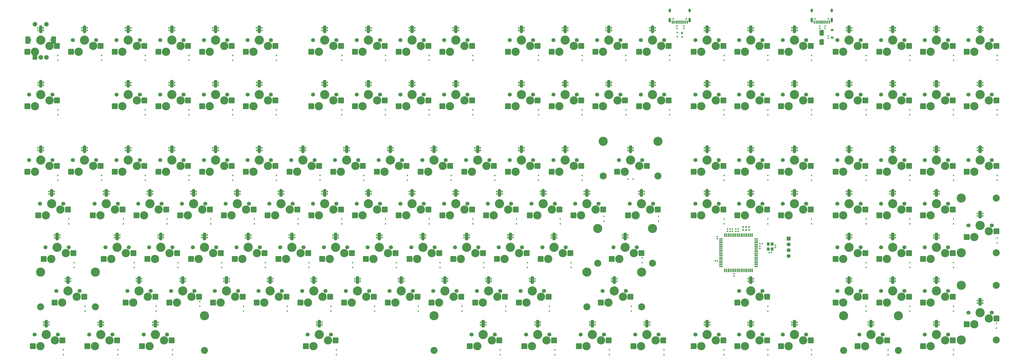
<source format=gbr>
%TF.GenerationSoftware,KiCad,Pcbnew,7.0.3*%
%TF.CreationDate,2023-05-19T09:12:57-04:00*%
%TF.ProjectId,100p-keebored,31303070-2d6b-4656-9562-6f7265642e6b,rev?*%
%TF.SameCoordinates,Original*%
%TF.FileFunction,Soldermask,Bot*%
%TF.FilePolarity,Negative*%
%FSLAX46Y46*%
G04 Gerber Fmt 4.6, Leading zero omitted, Abs format (unit mm)*
G04 Created by KiCad (PCBNEW 7.0.3) date 2023-05-19 09:12:57*
%MOMM*%
%LPD*%
G01*
G04 APERTURE LIST*
G04 Aperture macros list*
%AMRoundRect*
0 Rectangle with rounded corners*
0 $1 Rounding radius*
0 $2 $3 $4 $5 $6 $7 $8 $9 X,Y pos of 4 corners*
0 Add a 4 corners polygon primitive as box body*
4,1,4,$2,$3,$4,$5,$6,$7,$8,$9,$2,$3,0*
0 Add four circle primitives for the rounded corners*
1,1,$1+$1,$2,$3*
1,1,$1+$1,$4,$5*
1,1,$1+$1,$6,$7*
1,1,$1+$1,$8,$9*
0 Add four rect primitives between the rounded corners*
20,1,$1+$1,$2,$3,$4,$5,0*
20,1,$1+$1,$4,$5,$6,$7,0*
20,1,$1+$1,$6,$7,$8,$9,0*
20,1,$1+$1,$8,$9,$2,$3,0*%
G04 Aperture macros list end*
%ADD10RoundRect,0.250000X1.025000X1.000000X-1.025000X1.000000X-1.025000X-1.000000X1.025000X-1.000000X0*%
%ADD11C,1.750000*%
%ADD12C,4.000000*%
%ADD13C,3.600000*%
%ADD14R,2.000000X2.000000*%
%ADD15C,2.000000*%
%ADD16R,2.000000X3.200000*%
%ADD17C,3.048000*%
%ADD18C,3.987800*%
%ADD19R,1.700000X1.700000*%
%ADD20C,1.700000*%
%ADD21RoundRect,0.112500X0.112500X-0.187500X0.112500X0.187500X-0.112500X0.187500X-0.112500X-0.187500X0*%
%ADD22O,1.500000X3.500000*%
%ADD23RoundRect,0.118750X0.118750X0.231250X-0.118750X0.231250X-0.118750X-0.231250X0.118750X-0.231250X0*%
%ADD24RoundRect,0.125000X0.125000X0.225000X-0.125000X0.225000X-0.125000X-0.225000X0.125000X-0.225000X0*%
%ADD25RoundRect,0.118750X-0.118750X-0.231250X0.118750X-0.231250X0.118750X0.231250X-0.118750X0.231250X0*%
%ADD26RoundRect,0.125000X-0.125000X-0.225000X0.125000X-0.225000X0.125000X0.225000X-0.125000X0.225000X0*%
%ADD27RoundRect,0.135000X-0.185000X0.135000X-0.185000X-0.135000X0.185000X-0.135000X0.185000X0.135000X0*%
%ADD28RoundRect,0.147500X0.172500X-0.147500X0.172500X0.147500X-0.172500X0.147500X-0.172500X-0.147500X0*%
%ADD29RoundRect,0.135000X0.185000X-0.135000X0.185000X0.135000X-0.185000X0.135000X-0.185000X-0.135000X0*%
%ADD30RoundRect,0.140000X0.170000X-0.140000X0.170000X0.140000X-0.170000X0.140000X-0.170000X-0.140000X0*%
%ADD31RoundRect,0.140000X-0.170000X0.140000X-0.170000X-0.140000X0.170000X-0.140000X0.170000X0.140000X0*%
%ADD32R,0.700000X1.000000*%
%ADD33R,0.700000X0.600000*%
%ADD34C,0.787400*%
%ADD35RoundRect,0.140000X0.140000X0.170000X-0.140000X0.170000X-0.140000X-0.170000X0.140000X-0.170000X0*%
%ADD36C,0.650000*%
%ADD37R,0.600000X1.450000*%
%ADD38R,0.300000X1.450000*%
%ADD39O,1.000000X1.600000*%
%ADD40O,1.000000X2.100000*%
%ADD41R,0.550000X1.500000*%
%ADD42R,1.500000X0.550000*%
%ADD43RoundRect,0.135000X0.135000X0.185000X-0.135000X0.185000X-0.135000X-0.185000X0.135000X-0.185000X0*%
%ADD44RoundRect,0.250000X-0.650000X1.000000X-0.650000X-1.000000X0.650000X-1.000000X0.650000X1.000000X0*%
%ADD45RoundRect,0.225000X0.375000X-0.225000X0.375000X0.225000X-0.375000X0.225000X-0.375000X-0.225000X0*%
%ADD46R,1.200000X1.400000*%
%ADD47RoundRect,0.112500X-0.187500X-0.112500X0.187500X-0.112500X0.187500X0.112500X-0.187500X0.112500X0*%
G04 APERTURE END LIST*
D10*
%TO.C,SW10*%
X262736000Y-79044800D03*
D11*
X260731000Y-76504800D03*
D12*
X255651000Y-76504800D03*
D11*
X250571000Y-76504800D03*
D10*
X249809000Y-81584800D03*
D13*
X259461000Y-79044800D03*
X253111000Y-81584800D03*
%TD*%
D10*
%TO.C,SW127*%
X410373500Y-207632300D03*
D11*
X408368500Y-205092300D03*
D12*
X403288500Y-205092300D03*
D11*
X398208500Y-205092300D03*
D10*
X397446500Y-210172300D03*
D13*
X407098500Y-207632300D03*
X400748500Y-210172300D03*
%TD*%
D10*
%TO.C,SW96*%
X336554750Y-169532300D03*
D11*
X334549750Y-166992300D03*
D12*
X329469750Y-166992300D03*
D11*
X324389750Y-166992300D03*
D10*
X323627750Y-172072300D03*
D13*
X333279750Y-169532300D03*
X326929750Y-172072300D03*
%TD*%
D10*
%TO.C,SW78*%
X391323500Y-150482300D03*
D11*
X389318500Y-147942300D03*
D12*
X384238500Y-147942300D03*
D11*
X379158500Y-147942300D03*
D10*
X378396500Y-153022300D03*
D13*
X388048500Y-150482300D03*
X381698500Y-153022300D03*
%TD*%
D10*
%TO.C,SW115*%
X472286000Y-188582300D03*
D11*
X470281000Y-186042300D03*
D12*
X465201000Y-186042300D03*
D11*
X460121000Y-186042300D03*
D10*
X459359000Y-191122300D03*
D13*
X469011000Y-188582300D03*
X462661000Y-191122300D03*
%TD*%
D10*
%TO.C,SW73*%
X281786000Y-150482300D03*
D11*
X279781000Y-147942300D03*
D12*
X274701000Y-147942300D03*
D11*
X269621000Y-147942300D03*
D10*
X268859000Y-153022300D03*
D13*
X278511000Y-150482300D03*
X272161000Y-153022300D03*
%TD*%
D10*
%TO.C,SW50*%
X234161000Y-131432300D03*
D11*
X232156000Y-128892300D03*
D12*
X227076000Y-128892300D03*
D11*
X221996000Y-128892300D03*
D10*
X221234000Y-133972300D03*
D13*
X230886000Y-131432300D03*
X224536000Y-133972300D03*
%TD*%
D14*
%TO.C,SW130*%
X72176000Y-84004800D03*
D15*
X77176000Y-84004800D03*
X74676000Y-84004800D03*
D16*
X69076000Y-76504800D03*
X80276000Y-76504800D03*
D15*
X77176000Y-69504800D03*
X72176000Y-69504800D03*
%TD*%
D10*
%TO.C,SW69*%
X205586000Y-150482300D03*
D11*
X203581000Y-147942300D03*
D12*
X198501000Y-147942300D03*
D11*
X193421000Y-147942300D03*
D10*
X192659000Y-153022300D03*
D13*
X202311000Y-150482300D03*
X195961000Y-153022300D03*
%TD*%
D10*
%TO.C,SW19*%
X453236000Y-79044800D03*
D11*
X451231000Y-76504800D03*
D12*
X446151000Y-76504800D03*
D11*
X441071000Y-76504800D03*
D10*
X440309000Y-81584800D03*
D13*
X449961000Y-79044800D03*
X443611000Y-81584800D03*
%TD*%
D10*
%TO.C,SW125*%
X372273500Y-207632300D03*
D11*
X370268500Y-205092300D03*
D12*
X365188500Y-205092300D03*
D11*
X360108500Y-205092300D03*
D10*
X359346500Y-210172300D03*
D13*
X368998500Y-207632300D03*
X362648500Y-210172300D03*
%TD*%
D10*
%TO.C,SW76*%
X343698500Y-150482300D03*
D11*
X341693500Y-147942300D03*
D12*
X336613500Y-147942300D03*
D11*
X331533500Y-147942300D03*
D10*
X330771500Y-153022300D03*
D13*
X340423500Y-150482300D03*
X334073500Y-153022300D03*
%TD*%
D10*
%TO.C,SW4*%
X138911000Y-79044800D03*
D11*
X136906000Y-76504800D03*
D12*
X131826000Y-76504800D03*
D11*
X126746000Y-76504800D03*
D10*
X125984000Y-81584800D03*
D13*
X135636000Y-79044800D03*
X129286000Y-81584800D03*
%TD*%
D10*
%TO.C,SW51*%
X253211000Y-131432300D03*
D11*
X251206000Y-128892300D03*
D12*
X246126000Y-128892300D03*
D11*
X241046000Y-128892300D03*
D10*
X240284000Y-133972300D03*
D13*
X249936000Y-131432300D03*
X243586000Y-133972300D03*
%TD*%
D10*
%TO.C,SW12*%
X310361000Y-79044800D03*
D11*
X308356000Y-76504800D03*
D12*
X303276000Y-76504800D03*
D11*
X298196000Y-76504800D03*
D10*
X297434000Y-81584800D03*
D13*
X307086000Y-79044800D03*
X300736000Y-81584800D03*
%TD*%
D10*
%TO.C,SW71*%
X243686000Y-150482300D03*
D11*
X241681000Y-147942300D03*
D12*
X236601000Y-147942300D03*
D11*
X231521000Y-147942300D03*
D10*
X230759000Y-153022300D03*
D13*
X240411000Y-150482300D03*
X234061000Y-153022300D03*
%TD*%
D10*
%TO.C,SW126*%
X391323500Y-207632300D03*
D11*
X389318500Y-205092300D03*
D12*
X384238500Y-205092300D03*
D11*
X379158500Y-205092300D03*
D10*
X378396500Y-210172300D03*
D13*
X388048500Y-207632300D03*
X381698500Y-210172300D03*
%TD*%
D10*
%TO.C,SW119*%
X131767250Y-207632300D03*
D11*
X129762250Y-205092300D03*
D12*
X124682250Y-205092300D03*
D11*
X119602250Y-205092300D03*
D10*
X118840250Y-210172300D03*
D13*
X128492250Y-207632300D03*
X122142250Y-210172300D03*
%TD*%
D10*
%TO.C,SW107*%
X238923500Y-188582300D03*
D11*
X236918500Y-186042300D03*
D12*
X231838500Y-186042300D03*
D11*
X226758500Y-186042300D03*
D10*
X225996500Y-191122300D03*
D13*
X235648500Y-188582300D03*
X229298500Y-191122300D03*
%TD*%
D10*
%TO.C,SW27*%
X205586000Y-102857300D03*
D11*
X203581000Y-100317300D03*
D12*
X198501000Y-100317300D03*
D11*
X193421000Y-100317300D03*
D10*
X192659000Y-105397300D03*
D13*
X202311000Y-102857300D03*
X195961000Y-105397300D03*
%TD*%
D10*
%TO.C,SW48*%
X196061000Y-131432300D03*
D11*
X194056000Y-128892300D03*
D12*
X188976000Y-128892300D03*
D11*
X183896000Y-128892300D03*
D10*
X183134000Y-133972300D03*
D13*
X192786000Y-131432300D03*
X186436000Y-133972300D03*
%TD*%
D10*
%TO.C,SW81*%
X453236000Y-150482300D03*
D11*
X451231000Y-147942300D03*
D12*
X446151000Y-147942300D03*
D11*
X441071000Y-147942300D03*
D10*
X440309000Y-153022300D03*
D13*
X449961000Y-150482300D03*
X443611000Y-153022300D03*
%TD*%
D10*
%TO.C,SW24*%
X138911000Y-102857300D03*
D11*
X136906000Y-100317300D03*
D12*
X131826000Y-100317300D03*
D11*
X126746000Y-100317300D03*
D10*
X125984000Y-105397300D03*
D13*
X135636000Y-102857300D03*
X129286000Y-105397300D03*
%TD*%
D10*
%TO.C,SW62*%
X491336000Y-131432300D03*
D11*
X489331000Y-128892300D03*
D12*
X484251000Y-128892300D03*
D11*
X479171000Y-128892300D03*
D10*
X478409000Y-133972300D03*
D13*
X488061000Y-131432300D03*
X481711000Y-133972300D03*
%TD*%
D10*
%TO.C,SW23*%
X119861000Y-102857300D03*
D11*
X117856000Y-100317300D03*
D12*
X112776000Y-100317300D03*
D11*
X107696000Y-100317300D03*
D10*
X106934000Y-105397300D03*
D13*
X116586000Y-102857300D03*
X110236000Y-105397300D03*
%TD*%
D10*
%TO.C,SW88*%
X172248500Y-169532300D03*
D11*
X170243500Y-166992300D03*
D12*
X165163500Y-166992300D03*
D11*
X160083500Y-166992300D03*
D10*
X159321500Y-172072300D03*
D13*
X168973500Y-169532300D03*
X162623500Y-172072300D03*
%TD*%
D10*
%TO.C,SW105*%
X200823500Y-188582300D03*
D11*
X198818500Y-186042300D03*
D12*
X193738500Y-186042300D03*
D11*
X188658500Y-186042300D03*
D10*
X187896500Y-191122300D03*
D13*
X197548500Y-188582300D03*
X191198500Y-191122300D03*
%TD*%
D10*
%TO.C,SW8*%
X224636000Y-79044800D03*
D11*
X222631000Y-76504800D03*
D12*
X217551000Y-76504800D03*
D11*
X212471000Y-76504800D03*
D10*
X211709000Y-81584800D03*
D13*
X221361000Y-79044800D03*
X215011000Y-81584800D03*
%TD*%
D10*
%TO.C,SW117*%
X84142250Y-207632300D03*
D11*
X82137250Y-205092300D03*
D12*
X77057250Y-205092300D03*
D11*
X71977250Y-205092300D03*
D10*
X71215250Y-210172300D03*
D13*
X80867250Y-207632300D03*
X74517250Y-210172300D03*
%TD*%
D10*
%TO.C,SW79*%
X410373500Y-150482300D03*
D11*
X408368500Y-147942300D03*
D12*
X403288500Y-147942300D03*
D11*
X398208500Y-147942300D03*
D10*
X397446500Y-153022300D03*
D13*
X407098500Y-150482300D03*
X400748500Y-153022300D03*
%TD*%
D10*
%TO.C,SW66*%
X148436000Y-150482300D03*
D11*
X146431000Y-147942300D03*
D12*
X141351000Y-147942300D03*
D11*
X136271000Y-147942300D03*
D10*
X135509000Y-153022300D03*
D13*
X145161000Y-150482300D03*
X138811000Y-153022300D03*
%TD*%
D10*
%TO.C,SW30*%
X262736000Y-102857300D03*
D11*
X260731000Y-100317300D03*
D12*
X255651000Y-100317300D03*
D11*
X250571000Y-100317300D03*
D10*
X249809000Y-105397300D03*
D13*
X259461000Y-102857300D03*
X253111000Y-105397300D03*
%TD*%
D10*
%TO.C,SW87*%
X153198500Y-169532300D03*
D11*
X151193500Y-166992300D03*
D12*
X146113500Y-166992300D03*
D11*
X141033500Y-166992300D03*
D10*
X140271500Y-172072300D03*
D13*
X149923500Y-169532300D03*
X143573500Y-172072300D03*
%TD*%
D10*
%TO.C,SW68*%
X186536000Y-150482300D03*
D11*
X184531000Y-147942300D03*
D12*
X179451000Y-147942300D03*
D11*
X174371000Y-147942300D03*
D10*
X173609000Y-153022300D03*
D13*
X183261000Y-150482300D03*
X176911000Y-153022300D03*
%TD*%
D10*
%TO.C,SW15*%
X372273500Y-79044800D03*
D11*
X370268500Y-76504800D03*
D12*
X365188500Y-76504800D03*
D11*
X360108500Y-76504800D03*
D10*
X359346500Y-81584800D03*
D13*
X368998500Y-79044800D03*
X362648500Y-81584800D03*
%TD*%
D10*
%TO.C,SW25*%
X157961000Y-102857300D03*
D11*
X155956000Y-100317300D03*
D12*
X150876000Y-100317300D03*
D11*
X145796000Y-100317300D03*
D10*
X145034000Y-105397300D03*
D13*
X154686000Y-102857300D03*
X148336000Y-105397300D03*
%TD*%
D10*
%TO.C,SW89*%
X191298500Y-169532300D03*
D11*
X189293500Y-166992300D03*
D12*
X184213500Y-166992300D03*
D11*
X179133500Y-166992300D03*
D10*
X178371500Y-172072300D03*
D13*
X188023500Y-169532300D03*
X181673500Y-172072300D03*
%TD*%
D10*
%TO.C,SW39*%
X453236000Y-102857300D03*
D11*
X451231000Y-100317300D03*
D12*
X446151000Y-100317300D03*
D11*
X441071000Y-100317300D03*
D10*
X440309000Y-105397300D03*
D13*
X449961000Y-102857300D03*
X443611000Y-105397300D03*
%TD*%
D10*
%TO.C,SW102*%
X143673500Y-188582300D03*
D11*
X141668500Y-186042300D03*
D12*
X136588500Y-186042300D03*
D11*
X131508500Y-186042300D03*
D10*
X130746500Y-191122300D03*
D13*
X140398500Y-188582300D03*
X134048500Y-191122300D03*
%TD*%
D10*
%TO.C,SW70*%
X224636000Y-150482300D03*
D11*
X222631000Y-147942300D03*
D12*
X217551000Y-147942300D03*
D11*
X212471000Y-147942300D03*
D10*
X211709000Y-153022300D03*
D13*
X221361000Y-150482300D03*
X215011000Y-153022300D03*
%TD*%
D10*
%TO.C,SW77*%
X372273500Y-150482300D03*
D11*
X370268500Y-147942300D03*
D12*
X365188500Y-147942300D03*
D11*
X360108500Y-147942300D03*
D10*
X359346500Y-153022300D03*
D13*
X368998500Y-150482300D03*
X362648500Y-153022300D03*
%TD*%
D10*
%TO.C,SW59*%
X434186000Y-131432300D03*
D11*
X432181000Y-128892300D03*
D12*
X427101000Y-128892300D03*
D11*
X422021000Y-128892300D03*
D10*
X421259000Y-133972300D03*
D13*
X430911000Y-131432300D03*
X424561000Y-133972300D03*
%TD*%
D17*
%TO.C,REF\u002A\u002A*%
X491236000Y-183629300D03*
D18*
X476026000Y-183629300D03*
D17*
X491236000Y-207505300D03*
D18*
X476026000Y-207505300D03*
%TD*%
D10*
%TO.C,SW114*%
X453236000Y-188582300D03*
D11*
X451231000Y-186042300D03*
D12*
X446151000Y-186042300D03*
D11*
X441071000Y-186042300D03*
D10*
X440309000Y-191122300D03*
D13*
X449961000Y-188582300D03*
X443611000Y-191122300D03*
%TD*%
D10*
%TO.C,SW11*%
X291311000Y-79044800D03*
D11*
X289306000Y-76504800D03*
D12*
X284226000Y-76504800D03*
D11*
X279146000Y-76504800D03*
D10*
X278384000Y-81584800D03*
D13*
X288036000Y-79044800D03*
X281686000Y-81584800D03*
%TD*%
D10*
%TO.C,SW22*%
X81761000Y-102857300D03*
D11*
X79756000Y-100317300D03*
D12*
X74676000Y-100317300D03*
D11*
X69596000Y-100317300D03*
D10*
X68834000Y-105397300D03*
D13*
X78486000Y-102857300D03*
X72136000Y-105397300D03*
%TD*%
D10*
%TO.C,SW61*%
X472286000Y-131432300D03*
D11*
X470281000Y-128892300D03*
D12*
X465201000Y-128892300D03*
D11*
X460121000Y-128892300D03*
D10*
X459359000Y-133972300D03*
D13*
X469011000Y-131432300D03*
X462661000Y-133972300D03*
%TD*%
D10*
%TO.C,SW6*%
X177011000Y-79044800D03*
D11*
X175006000Y-76504800D03*
D12*
X169926000Y-76504800D03*
D11*
X164846000Y-76504800D03*
D10*
X164084000Y-81584800D03*
D13*
X173736000Y-79044800D03*
X167386000Y-81584800D03*
%TD*%
D10*
%TO.C,SW97*%
X434186000Y-169532300D03*
D11*
X432181000Y-166992300D03*
D12*
X427101000Y-166992300D03*
D11*
X422021000Y-166992300D03*
D10*
X421259000Y-172072300D03*
D13*
X430911000Y-169532300D03*
X424561000Y-172072300D03*
%TD*%
D10*
%TO.C,SW21*%
X491336000Y-79044800D03*
D11*
X489331000Y-76504800D03*
D12*
X484251000Y-76504800D03*
D11*
X479171000Y-76504800D03*
D10*
X478409000Y-81584800D03*
D13*
X488061000Y-79044800D03*
X481711000Y-81584800D03*
%TD*%
D10*
%TO.C,SW29*%
X243686000Y-102857300D03*
D11*
X241681000Y-100317300D03*
D12*
X236601000Y-100317300D03*
D11*
X231521000Y-100317300D03*
D10*
X230759000Y-105397300D03*
D13*
X240411000Y-102857300D03*
X234061000Y-105397300D03*
%TD*%
D10*
%TO.C,SW63*%
X86523500Y-150482300D03*
D11*
X84518500Y-147942300D03*
D12*
X79438500Y-147942300D03*
D11*
X74358500Y-147942300D03*
D10*
X73596500Y-153022300D03*
D13*
X83248500Y-150482300D03*
X76898500Y-153022300D03*
%TD*%
D10*
%TO.C,SW124*%
X346079750Y-207632300D03*
D11*
X344074750Y-205092300D03*
D12*
X338994750Y-205092300D03*
D11*
X333914750Y-205092300D03*
D10*
X333152750Y-210172300D03*
D13*
X342804750Y-207632300D03*
X336454750Y-210172300D03*
%TD*%
D10*
%TO.C,SW17*%
X410373500Y-79044800D03*
D11*
X408368500Y-76504800D03*
D12*
X403288500Y-76504800D03*
D11*
X398208500Y-76504800D03*
D10*
X397446500Y-81584800D03*
D13*
X407098500Y-79044800D03*
X400748500Y-81584800D03*
%TD*%
D10*
%TO.C,SW49*%
X215111000Y-131432300D03*
D11*
X213106000Y-128892300D03*
D12*
X208026000Y-128892300D03*
D11*
X202946000Y-128892300D03*
D10*
X202184000Y-133972300D03*
D13*
X211836000Y-131432300D03*
X205486000Y-133972300D03*
%TD*%
D10*
%TO.C,SW122*%
X298454750Y-207632300D03*
D11*
X296449750Y-205092300D03*
D12*
X291369750Y-205092300D03*
D11*
X286289750Y-205092300D03*
D10*
X285527750Y-210172300D03*
D13*
X295179750Y-207632300D03*
X288829750Y-210172300D03*
%TD*%
D10*
%TO.C,SW16*%
X391323500Y-79044800D03*
D11*
X389318500Y-76504800D03*
D12*
X384238500Y-76504800D03*
D11*
X379158500Y-76504800D03*
D10*
X378396500Y-81584800D03*
D13*
X388048500Y-79044800D03*
X381698500Y-81584800D03*
%TD*%
D10*
%TO.C,SW120*%
X203204750Y-207632300D03*
D11*
X201199750Y-205092300D03*
D12*
X196119750Y-205092300D03*
D11*
X191039750Y-205092300D03*
D10*
X190277750Y-210172300D03*
D13*
X199929750Y-207632300D03*
X193579750Y-210172300D03*
%TD*%
D17*
%TO.C,REF\u002A\u002A*%
X491236000Y-145529300D03*
D18*
X476026000Y-145529300D03*
D17*
X491236000Y-169405300D03*
D18*
X476026000Y-169405300D03*
%TD*%
D10*
%TO.C,SW26*%
X177011000Y-102857300D03*
D11*
X175006000Y-100317300D03*
D12*
X169926000Y-100317300D03*
D11*
X164846000Y-100317300D03*
D10*
X164084000Y-105397300D03*
D13*
X173736000Y-102857300D03*
X167386000Y-105397300D03*
%TD*%
D17*
%TO.C,REF\u002A\u002A*%
X246119600Y-212077156D03*
D18*
X246119600Y-196867156D03*
D17*
X146119600Y-212077156D03*
D18*
X146119600Y-196867156D03*
%TD*%
D10*
%TO.C,SW82*%
X472286000Y-150482300D03*
D11*
X470281000Y-147942300D03*
D12*
X465201000Y-147942300D03*
D11*
X460121000Y-147942300D03*
D10*
X459359000Y-153022300D03*
D13*
X469011000Y-150482300D03*
X462661000Y-153022300D03*
%TD*%
D10*
%TO.C,SW58*%
X410373500Y-131432300D03*
D11*
X408368500Y-128892300D03*
D12*
X403288500Y-128892300D03*
D11*
X398208500Y-128892300D03*
D10*
X397446500Y-133972300D03*
D13*
X407098500Y-131432300D03*
X400748500Y-133972300D03*
%TD*%
D10*
%TO.C,SW86*%
X134148500Y-169532300D03*
D11*
X132143500Y-166992300D03*
D12*
X127063500Y-166992300D03*
D11*
X121983500Y-166992300D03*
D10*
X121221500Y-172072300D03*
D13*
X130873500Y-169532300D03*
X124523500Y-172072300D03*
%TD*%
D10*
%TO.C,SW84*%
X88904750Y-169532300D03*
D11*
X86899750Y-166992300D03*
D12*
X81819750Y-166992300D03*
D11*
X76739750Y-166992300D03*
D10*
X75977750Y-172072300D03*
D13*
X85629750Y-169532300D03*
X79279750Y-172072300D03*
%TD*%
D10*
%TO.C,SW37*%
X410373500Y-102857300D03*
D11*
X408368500Y-100317300D03*
D12*
X403288500Y-100317300D03*
D11*
X398208500Y-100317300D03*
D10*
X397446500Y-105397300D03*
D13*
X407098500Y-102857300D03*
X400748500Y-105397300D03*
%TD*%
D10*
%TO.C,SW90*%
X210348500Y-169532300D03*
D11*
X208343500Y-166992300D03*
D12*
X203263500Y-166992300D03*
D11*
X198183500Y-166992300D03*
D10*
X197421500Y-172072300D03*
D13*
X207073500Y-169532300D03*
X200723500Y-172072300D03*
%TD*%
D10*
%TO.C,SW9*%
X243686000Y-79044800D03*
D11*
X241681000Y-76504800D03*
D12*
X236601000Y-76504800D03*
D11*
X231521000Y-76504800D03*
D10*
X230759000Y-81584800D03*
D13*
X240411000Y-79044800D03*
X234061000Y-81584800D03*
%TD*%
D10*
%TO.C,SW18*%
X434186000Y-79044800D03*
D11*
X432181000Y-76504800D03*
D12*
X427101000Y-76504800D03*
D11*
X422021000Y-76504800D03*
D10*
X421259000Y-81584800D03*
D13*
X430911000Y-79044800D03*
X424561000Y-81584800D03*
%TD*%
D10*
%TO.C,SW35*%
X372273500Y-102857300D03*
D11*
X370268500Y-100317300D03*
D12*
X365188500Y-100317300D03*
D11*
X360108500Y-100317300D03*
D10*
X359346500Y-105397300D03*
D13*
X368998500Y-102857300D03*
X362648500Y-105397300D03*
%TD*%
D17*
%TO.C,REF\u002A\u002A*%
X343789000Y-135877300D03*
D18*
X343789000Y-120667300D03*
D17*
X319913000Y-135877300D03*
D18*
X319913000Y-120667300D03*
%TD*%
D10*
%TO.C,SW34*%
X348461000Y-102857300D03*
D11*
X346456000Y-100317300D03*
D12*
X341376000Y-100317300D03*
D11*
X336296000Y-100317300D03*
D10*
X335534000Y-105397300D03*
D13*
X345186000Y-102857300D03*
X338836000Y-105397300D03*
%TD*%
D10*
%TO.C,SW121*%
X274642250Y-207632300D03*
D11*
X272637250Y-205092300D03*
D12*
X267557250Y-205092300D03*
D11*
X262477250Y-205092300D03*
D10*
X261715250Y-210172300D03*
D13*
X271367250Y-207632300D03*
X265017250Y-210172300D03*
%TD*%
D10*
%TO.C,SW46*%
X157961000Y-131432300D03*
D11*
X155956000Y-128892300D03*
D12*
X150876000Y-128892300D03*
D11*
X145796000Y-128892300D03*
D10*
X145034000Y-133972300D03*
D13*
X154686000Y-131432300D03*
X148336000Y-133972300D03*
%TD*%
D10*
%TO.C,SW74*%
X300836000Y-150482300D03*
D11*
X298831000Y-147942300D03*
D12*
X293751000Y-147942300D03*
D11*
X288671000Y-147942300D03*
D10*
X287909000Y-153022300D03*
D13*
X297561000Y-150482300D03*
X291211000Y-153022300D03*
%TD*%
D17*
%TO.C,REF\u002A\u002A*%
X341407750Y-173977300D03*
D18*
X341407750Y-158767300D03*
D17*
X317531750Y-173977300D03*
D18*
X317531750Y-158767300D03*
%TD*%
D17*
%TO.C,REF\u002A\u002A*%
X448564000Y-212077300D03*
D18*
X448564000Y-196867300D03*
D17*
X424688000Y-212077300D03*
D18*
X424688000Y-196867300D03*
%TD*%
D10*
%TO.C,SW47*%
X177011000Y-131432300D03*
D11*
X175006000Y-128892300D03*
D12*
X169926000Y-128892300D03*
D11*
X164846000Y-128892300D03*
D10*
X164084000Y-133972300D03*
D13*
X173736000Y-131432300D03*
X167386000Y-133972300D03*
%TD*%
D10*
%TO.C,SW80*%
X434186000Y-150482300D03*
D11*
X432181000Y-147942300D03*
D12*
X427101000Y-147942300D03*
D11*
X422021000Y-147942300D03*
D10*
X421259000Y-153022300D03*
D13*
X430911000Y-150482300D03*
X424561000Y-153022300D03*
%TD*%
D10*
%TO.C,SW32*%
X310361000Y-102857300D03*
D11*
X308356000Y-100317300D03*
D12*
X303276000Y-100317300D03*
D11*
X298196000Y-100317300D03*
D10*
X297434000Y-105397300D03*
D13*
X307086000Y-102857300D03*
X300736000Y-105397300D03*
%TD*%
D10*
%TO.C,SW110*%
X296073500Y-188582300D03*
D11*
X294068500Y-186042300D03*
D12*
X288988500Y-186042300D03*
D11*
X283908500Y-186042300D03*
D10*
X283146500Y-191122300D03*
D13*
X292798500Y-188582300D03*
X286448500Y-191122300D03*
%TD*%
D10*
%TO.C,SW2*%
X100811000Y-79044800D03*
D11*
X98806000Y-76504800D03*
D12*
X93726000Y-76504800D03*
D11*
X88646000Y-76504800D03*
D10*
X87884000Y-81584800D03*
D13*
X97536000Y-79044800D03*
X91186000Y-81584800D03*
%TD*%
D10*
%TO.C,SW129*%
X472286000Y-207632300D03*
D11*
X470281000Y-205092300D03*
D12*
X465201000Y-205092300D03*
D11*
X460121000Y-205092300D03*
D10*
X459359000Y-210172300D03*
D13*
X469011000Y-207632300D03*
X462661000Y-210172300D03*
%TD*%
D10*
%TO.C,SW123*%
X322267250Y-207632300D03*
D11*
X320262250Y-205092300D03*
D12*
X315182250Y-205092300D03*
D11*
X310102250Y-205092300D03*
D10*
X309340250Y-210172300D03*
D13*
X318992250Y-207632300D03*
X312642250Y-210172300D03*
%TD*%
D10*
%TO.C,SW98*%
X453236000Y-169532300D03*
D11*
X451231000Y-166992300D03*
D12*
X446151000Y-166992300D03*
D11*
X441071000Y-166992300D03*
D10*
X440309000Y-172072300D03*
D13*
X449961000Y-169532300D03*
X443611000Y-172072300D03*
%TD*%
D17*
%TO.C,REF\u002A\u002A*%
X98520192Y-193027172D03*
D18*
X98520192Y-177817172D03*
D17*
X74644192Y-193027172D03*
D18*
X74644192Y-177817172D03*
%TD*%
D17*
%TO.C,REF\u002A\u002A*%
X336645250Y-193027300D03*
D18*
X336645250Y-177817300D03*
D17*
X312769250Y-193027300D03*
D18*
X312769250Y-177817300D03*
%TD*%
D10*
%TO.C,SW95*%
X305598500Y-169532300D03*
D11*
X303593500Y-166992300D03*
D12*
X298513500Y-166992300D03*
D11*
X293433500Y-166992300D03*
D10*
X292671500Y-172072300D03*
D13*
X302323500Y-169532300D03*
X295973500Y-172072300D03*
%TD*%
D10*
%TO.C,SW14*%
X348461000Y-79044800D03*
D11*
X346456000Y-76504800D03*
D12*
X341376000Y-76504800D03*
D11*
X336296000Y-76504800D03*
D10*
X335534000Y-81584800D03*
D13*
X345186000Y-79044800D03*
X338836000Y-81584800D03*
%TD*%
D10*
%TO.C,SW57*%
X391323500Y-131432300D03*
D11*
X389318500Y-128892300D03*
D12*
X384238500Y-128892300D03*
D11*
X379158500Y-128892300D03*
D10*
X378396500Y-133972300D03*
D13*
X388048500Y-131432300D03*
X381698500Y-133972300D03*
%TD*%
D10*
%TO.C,SW104*%
X181773500Y-188582300D03*
D11*
X179768500Y-186042300D03*
D12*
X174688500Y-186042300D03*
D11*
X169608500Y-186042300D03*
D10*
X168846500Y-191122300D03*
D13*
X178498500Y-188582300D03*
X172148500Y-191122300D03*
%TD*%
D10*
%TO.C,SW13*%
X329411000Y-79044800D03*
D11*
X327406000Y-76504800D03*
D12*
X322326000Y-76504800D03*
D11*
X317246000Y-76504800D03*
D10*
X316484000Y-81584800D03*
D13*
X326136000Y-79044800D03*
X319786000Y-81584800D03*
%TD*%
D10*
%TO.C,SW112*%
X391323480Y-188582272D03*
D11*
X389318480Y-186042272D03*
D12*
X384238480Y-186042272D03*
D11*
X379158480Y-186042272D03*
D10*
X378396480Y-191122272D03*
D13*
X388048480Y-188582272D03*
X381698480Y-191122272D03*
%TD*%
D10*
%TO.C,SW100*%
X93667250Y-188582300D03*
D11*
X91662250Y-186042300D03*
D12*
X86582250Y-186042300D03*
D11*
X81502250Y-186042300D03*
D10*
X80740250Y-191122300D03*
D13*
X90392250Y-188582300D03*
X84042250Y-191122300D03*
%TD*%
D10*
%TO.C,SW99*%
X472286000Y-169532300D03*
D11*
X470281000Y-166992300D03*
D12*
X465201000Y-166992300D03*
D11*
X460121000Y-166992300D03*
D10*
X459359000Y-172072300D03*
D13*
X469011000Y-169532300D03*
X462661000Y-172072300D03*
%TD*%
D10*
%TO.C,SW45*%
X138911000Y-131432300D03*
D11*
X136906000Y-128892300D03*
D12*
X131826000Y-128892300D03*
D11*
X126746000Y-128892300D03*
D10*
X125984000Y-133972300D03*
D13*
X135636000Y-131432300D03*
X129286000Y-133972300D03*
%TD*%
D10*
%TO.C,SW5*%
X157961000Y-79044800D03*
D11*
X155956000Y-76504800D03*
D12*
X150876000Y-76504800D03*
D11*
X145796000Y-76504800D03*
D10*
X145034000Y-81584800D03*
D13*
X154686000Y-79044800D03*
X148336000Y-81584800D03*
%TD*%
D10*
%TO.C,SW94*%
X286548500Y-169532300D03*
D11*
X284543500Y-166992300D03*
D12*
X279463500Y-166992300D03*
D11*
X274383500Y-166992300D03*
D10*
X273621500Y-172072300D03*
D13*
X283273500Y-169532300D03*
X276923500Y-172072300D03*
%TD*%
D10*
%TO.C,SW101*%
X124623500Y-188582300D03*
D11*
X122618500Y-186042300D03*
D12*
X117538500Y-186042300D03*
D11*
X112458500Y-186042300D03*
D10*
X111696500Y-191122300D03*
D13*
X121348500Y-188582300D03*
X114998500Y-191122300D03*
%TD*%
D10*
%TO.C,SW56*%
X372273500Y-131432300D03*
D11*
X370268500Y-128892300D03*
D12*
X365188500Y-128892300D03*
D11*
X360108500Y-128892300D03*
D10*
X359346500Y-133972300D03*
D13*
X368998500Y-131432300D03*
X362648500Y-133972300D03*
%TD*%
D10*
%TO.C,SW28*%
X224636000Y-102857300D03*
D11*
X222631000Y-100317300D03*
D12*
X217551000Y-100317300D03*
D11*
X212471000Y-100317300D03*
D10*
X211709000Y-105397300D03*
D13*
X221361000Y-102857300D03*
X215011000Y-105397300D03*
%TD*%
D10*
%TO.C,SW43*%
X100811000Y-131432300D03*
D11*
X98806000Y-128892300D03*
D12*
X93726000Y-128892300D03*
D11*
X88646000Y-128892300D03*
D10*
X87884000Y-133972300D03*
D13*
X97536000Y-131432300D03*
X91186000Y-133972300D03*
%TD*%
D10*
%TO.C,SW31*%
X291311000Y-102857300D03*
D11*
X289306000Y-100317300D03*
D12*
X284226000Y-100317300D03*
D11*
X279146000Y-100317300D03*
D10*
X278384000Y-105397300D03*
D13*
X288036000Y-102857300D03*
X281686000Y-105397300D03*
%TD*%
D10*
%TO.C,SW52*%
X272261000Y-131432300D03*
D11*
X270256000Y-128892300D03*
D12*
X265176000Y-128892300D03*
D11*
X260096000Y-128892300D03*
D10*
X259334000Y-133972300D03*
D13*
X268986000Y-131432300D03*
X262636000Y-133972300D03*
%TD*%
D10*
%TO.C,SW103*%
X162723500Y-188582300D03*
D11*
X160718500Y-186042300D03*
D12*
X155638500Y-186042300D03*
D11*
X150558500Y-186042300D03*
D10*
X149796500Y-191122300D03*
D13*
X159448500Y-188582300D03*
X153098500Y-191122300D03*
%TD*%
D10*
%TO.C,SW91*%
X229398500Y-169532300D03*
D11*
X227393500Y-166992300D03*
D12*
X222313500Y-166992300D03*
D11*
X217233500Y-166992300D03*
D10*
X216471500Y-172072300D03*
D13*
X226123500Y-169532300D03*
X219773500Y-172072300D03*
%TD*%
D10*
%TO.C,SW36*%
X391323500Y-102857300D03*
D11*
X389318500Y-100317300D03*
D12*
X384238500Y-100317300D03*
D11*
X379158500Y-100317300D03*
D10*
X378396500Y-105397300D03*
D13*
X388048500Y-102857300D03*
X381698500Y-105397300D03*
%TD*%
D10*
%TO.C,SW44*%
X119861000Y-131432300D03*
D11*
X117856000Y-128892300D03*
D12*
X112776000Y-128892300D03*
D11*
X107696000Y-128892300D03*
D10*
X106934000Y-133972300D03*
D13*
X116586000Y-131432300D03*
X110236000Y-133972300D03*
%TD*%
D10*
%TO.C,SW111*%
X331792250Y-188582300D03*
D11*
X329787250Y-186042300D03*
D12*
X324707250Y-186042300D03*
D11*
X319627250Y-186042300D03*
D10*
X318865250Y-191122300D03*
D13*
X328517250Y-188582300D03*
X322167250Y-191122300D03*
%TD*%
D10*
%TO.C,SW85*%
X115098500Y-169532300D03*
D11*
X113093500Y-166992300D03*
D12*
X108013500Y-166992300D03*
D11*
X102933500Y-166992300D03*
D10*
X102171500Y-172072300D03*
D13*
X111823500Y-169532300D03*
X105473500Y-172072300D03*
%TD*%
D10*
%TO.C,SW54*%
X310361000Y-131432300D03*
D11*
X308356000Y-128892300D03*
D12*
X303276000Y-128892300D03*
D11*
X298196000Y-128892300D03*
D10*
X297434000Y-133972300D03*
D13*
X307086000Y-131432300D03*
X300736000Y-133972300D03*
%TD*%
D10*
%TO.C,SW41*%
X491336000Y-102857300D03*
D11*
X489331000Y-100317300D03*
D12*
X484251000Y-100317300D03*
D11*
X479171000Y-100317300D03*
D10*
X478409000Y-105397300D03*
D13*
X488061000Y-102857300D03*
X481711000Y-105397300D03*
%TD*%
D10*
%TO.C,SW93*%
X267498500Y-169532300D03*
D11*
X265493500Y-166992300D03*
D12*
X260413500Y-166992300D03*
D11*
X255333500Y-166992300D03*
D10*
X254571500Y-172072300D03*
D13*
X264223500Y-169532300D03*
X257873500Y-172072300D03*
%TD*%
D10*
%TO.C,SW118*%
X107954750Y-207632300D03*
D11*
X105949750Y-205092300D03*
D12*
X100869750Y-205092300D03*
D11*
X95789750Y-205092300D03*
D10*
X95027750Y-210172300D03*
D13*
X104679750Y-207632300D03*
X98329750Y-210172300D03*
%TD*%
D10*
%TO.C,SW75*%
X319886000Y-150482300D03*
D11*
X317881000Y-147942300D03*
D12*
X312801000Y-147942300D03*
D11*
X307721000Y-147942300D03*
D10*
X306959000Y-153022300D03*
D13*
X316611000Y-150482300D03*
X310261000Y-153022300D03*
%TD*%
D10*
%TO.C,SW55*%
X338936000Y-131432300D03*
D11*
X336931000Y-128892300D03*
D12*
X331851000Y-128892300D03*
D11*
X326771000Y-128892300D03*
D10*
X326009000Y-133972300D03*
D13*
X335661000Y-131432300D03*
X329311000Y-133972300D03*
%TD*%
D10*
%TO.C,SW42*%
X81761000Y-131432300D03*
D11*
X79756000Y-128892300D03*
D12*
X74676000Y-128892300D03*
D11*
X69596000Y-128892300D03*
D10*
X68834000Y-133972300D03*
D13*
X78486000Y-131432300D03*
X72136000Y-133972300D03*
%TD*%
D10*
%TO.C,SW109*%
X277023500Y-188582300D03*
D11*
X275018500Y-186042300D03*
D12*
X269938500Y-186042300D03*
D11*
X264858500Y-186042300D03*
D10*
X264096500Y-191122300D03*
D13*
X273748500Y-188582300D03*
X267398500Y-191122300D03*
%TD*%
D10*
%TO.C,SW83*%
X491336000Y-160007300D03*
D11*
X489331000Y-157467300D03*
D12*
X484251000Y-157467300D03*
D11*
X479171000Y-157467300D03*
D10*
X478409000Y-162547300D03*
D13*
X488061000Y-160007300D03*
X481711000Y-162547300D03*
%TD*%
D10*
%TO.C,SW72*%
X262736000Y-150482300D03*
D11*
X260731000Y-147942300D03*
D12*
X255651000Y-147942300D03*
D11*
X250571000Y-147942300D03*
D10*
X249809000Y-153022300D03*
D13*
X259461000Y-150482300D03*
X253111000Y-153022300D03*
%TD*%
D10*
%TO.C,SW20*%
X472286000Y-79044800D03*
D11*
X470281000Y-76504800D03*
D12*
X465201000Y-76504800D03*
D11*
X460121000Y-76504800D03*
D10*
X459359000Y-81584800D03*
D13*
X469011000Y-79044800D03*
X462661000Y-81584800D03*
%TD*%
D10*
%TO.C,SW128*%
X443711000Y-207632300D03*
D11*
X441706000Y-205092300D03*
D12*
X436626000Y-205092300D03*
D11*
X431546000Y-205092300D03*
D10*
X430784000Y-210172300D03*
D13*
X440436000Y-207632300D03*
X434086000Y-210172300D03*
%TD*%
D10*
%TO.C,SW67*%
X167486000Y-150482300D03*
D11*
X165481000Y-147942300D03*
D12*
X160401000Y-147942300D03*
D11*
X155321000Y-147942300D03*
D10*
X154559000Y-153022300D03*
D13*
X164211000Y-150482300D03*
X157861000Y-153022300D03*
%TD*%
D10*
%TO.C,SW53*%
X291311000Y-131432300D03*
D11*
X289306000Y-128892300D03*
D12*
X284226000Y-128892300D03*
D11*
X279146000Y-128892300D03*
D10*
X278384000Y-133972300D03*
D13*
X288036000Y-131432300D03*
X281686000Y-133972300D03*
%TD*%
D10*
%TO.C,SW92*%
X248448500Y-169532300D03*
D11*
X246443500Y-166992300D03*
D12*
X241363500Y-166992300D03*
D11*
X236283500Y-166992300D03*
D10*
X235521500Y-172072300D03*
D13*
X245173500Y-169532300D03*
X238823500Y-172072300D03*
%TD*%
D10*
%TO.C,SW108*%
X257973500Y-188582300D03*
D11*
X255968500Y-186042300D03*
D12*
X250888500Y-186042300D03*
D11*
X245808500Y-186042300D03*
D10*
X245046500Y-191122300D03*
D13*
X254698500Y-188582300D03*
X248348500Y-191122300D03*
%TD*%
D10*
%TO.C,SW1*%
X81761000Y-79044800D03*
D11*
X79756000Y-76504800D03*
D12*
X74676000Y-76504800D03*
D11*
X69596000Y-76504800D03*
D10*
X68834000Y-81584800D03*
D13*
X78486000Y-79044800D03*
X72136000Y-81584800D03*
%TD*%
D10*
%TO.C,SW3*%
X119861000Y-79044800D03*
D11*
X117856000Y-76504800D03*
D12*
X112776000Y-76504800D03*
D11*
X107696000Y-76504800D03*
D10*
X106934000Y-81584800D03*
D13*
X116586000Y-79044800D03*
X110236000Y-81584800D03*
%TD*%
D10*
%TO.C,SW113*%
X434186000Y-188582300D03*
D11*
X432181000Y-186042300D03*
D12*
X427101000Y-186042300D03*
D11*
X422021000Y-186042300D03*
D10*
X421259000Y-191122300D03*
D13*
X430911000Y-188582300D03*
X424561000Y-191122300D03*
%TD*%
D10*
%TO.C,SW65*%
X129386000Y-150482300D03*
D11*
X127381000Y-147942300D03*
D12*
X122301000Y-147942300D03*
D11*
X117221000Y-147942300D03*
D10*
X116459000Y-153022300D03*
D13*
X126111000Y-150482300D03*
X119761000Y-153022300D03*
%TD*%
D10*
%TO.C,SW60*%
X453236000Y-131432300D03*
D11*
X451231000Y-128892300D03*
D12*
X446151000Y-128892300D03*
D11*
X441071000Y-128892300D03*
D10*
X440309000Y-133972300D03*
D13*
X449961000Y-131432300D03*
X443611000Y-133972300D03*
%TD*%
D10*
%TO.C,SW33*%
X329411000Y-102857300D03*
D11*
X327406000Y-100317300D03*
D12*
X322326000Y-100317300D03*
D11*
X317246000Y-100317300D03*
D10*
X316484000Y-105397300D03*
D13*
X326136000Y-102857300D03*
X319786000Y-105397300D03*
%TD*%
D10*
%TO.C,SW64*%
X110336000Y-150482300D03*
D11*
X108331000Y-147942300D03*
D12*
X103251000Y-147942300D03*
D11*
X98171000Y-147942300D03*
D10*
X97409000Y-153022300D03*
D13*
X107061000Y-150482300D03*
X100711000Y-153022300D03*
%TD*%
D19*
%TO.C,J4*%
X400748160Y-163182144D03*
D20*
X400748160Y-165722144D03*
X400748160Y-168262144D03*
X400748160Y-170802144D03*
%TD*%
D10*
%TO.C,SW40*%
X472286000Y-102857300D03*
D11*
X470281000Y-100317300D03*
D12*
X465201000Y-100317300D03*
D11*
X460121000Y-100317300D03*
D10*
X459359000Y-105397300D03*
D13*
X469011000Y-102857300D03*
X462661000Y-105397300D03*
%TD*%
D10*
%TO.C,SW116*%
X491336000Y-198107300D03*
D11*
X489331000Y-195567300D03*
D12*
X484251000Y-195567300D03*
D11*
X479171000Y-195567300D03*
D10*
X478409000Y-200647300D03*
D13*
X488061000Y-198107300D03*
X481711000Y-200647300D03*
%TD*%
D10*
%TO.C,SW106*%
X219873500Y-188582300D03*
D11*
X217868500Y-186042300D03*
D12*
X212788500Y-186042300D03*
D11*
X207708500Y-186042300D03*
D10*
X206946500Y-191122300D03*
D13*
X216598500Y-188582300D03*
X210248500Y-191122300D03*
%TD*%
D10*
%TO.C,SW38*%
X434186000Y-102857300D03*
D11*
X432181000Y-100317300D03*
D12*
X427101000Y-100317300D03*
D11*
X422021000Y-100317300D03*
D10*
X421259000Y-105397300D03*
D13*
X430911000Y-102857300D03*
X424561000Y-105397300D03*
%TD*%
D10*
%TO.C,SW7*%
X205586000Y-79044800D03*
D11*
X203581000Y-76504800D03*
D12*
X198501000Y-76504800D03*
D11*
X193421000Y-76504800D03*
D10*
X192659000Y-81584800D03*
D13*
X202311000Y-79044800D03*
X195961000Y-81584800D03*
%TD*%
D21*
%TO.C,D50*%
X234517224Y-137681276D03*
X234517224Y-135581276D03*
%TD*%
%TO.C,D16*%
X391679592Y-85293820D03*
X391679592Y-83193820D03*
%TD*%
%TO.C,D91*%
X229754728Y-175781244D03*
X229754728Y-173681244D03*
%TD*%
%TO.C,D6*%
X177367272Y-85293820D03*
X177367272Y-83193820D03*
%TD*%
%TO.C,D88*%
X172604776Y-175781244D03*
X172604776Y-173681244D03*
%TD*%
D22*
%TO.C,D250*%
X227075792Y-124129680D03*
D23*
X225888292Y-124679680D03*
X228263292Y-124679680D03*
X228263292Y-123579680D03*
D24*
X225875792Y-123579680D03*
%TD*%
D22*
%TO.C,D230*%
X322325712Y-95554704D03*
D25*
X323513212Y-95004704D03*
X321138212Y-95004704D03*
X321138212Y-96104704D03*
D26*
X323525712Y-96104704D03*
%TD*%
D21*
%TO.C,D77*%
X372629608Y-156731260D03*
X372629608Y-154631260D03*
%TD*%
D22*
%TO.C,D206*%
X169925840Y-71742224D03*
D23*
X168738340Y-72292224D03*
X171113340Y-72292224D03*
X171113340Y-71192224D03*
D24*
X168725840Y-71192224D03*
%TD*%
D22*
%TO.C,D312*%
X174688336Y-181279632D03*
D25*
X175875836Y-180729632D03*
X173500836Y-180729632D03*
X173500836Y-181829632D03*
D26*
X175888336Y-181829632D03*
%TD*%
D21*
%TO.C,D33*%
X329767144Y-109106300D03*
X329767144Y-107006300D03*
%TD*%
D27*
%TO.C,R5*%
X375159419Y-159040916D03*
X375159419Y-160060916D03*
%TD*%
D22*
%TO.C,D301*%
X465200592Y-181279632D03*
D25*
X466388092Y-180729632D03*
X464013092Y-180729632D03*
X464013092Y-181829632D03*
D26*
X466400592Y-181829632D03*
%TD*%
D21*
%TO.C,D35*%
X372629608Y-109106300D03*
X372629608Y-107006300D03*
%TD*%
D22*
%TO.C,D204*%
X131825872Y-71742224D03*
D23*
X130638372Y-72292224D03*
X133013372Y-72292224D03*
X133013372Y-71192224D03*
D24*
X130625872Y-71192224D03*
%TD*%
D22*
%TO.C,D260*%
X446150608Y-124129680D03*
D23*
X444963108Y-124679680D03*
X447338108Y-124679680D03*
X447338108Y-123579680D03*
D24*
X444950608Y-123579680D03*
%TD*%
D21*
%TO.C,D129*%
X472642024Y-213881212D03*
X472642024Y-211781212D03*
%TD*%
%TO.C,D63*%
X86879848Y-156731260D03*
X86879848Y-154631260D03*
%TD*%
D22*
%TO.C,D228*%
X365188176Y-95554704D03*
D25*
X366375676Y-95004704D03*
X364000676Y-95004704D03*
X364000676Y-96104704D03*
D26*
X366388176Y-96104704D03*
%TD*%
D21*
%TO.C,D118*%
X108311080Y-213881212D03*
X108311080Y-211781212D03*
%TD*%
D22*
%TO.C,D274*%
X255650768Y-143179664D03*
D25*
X256838268Y-142629664D03*
X254463268Y-142629664D03*
X254463268Y-143729664D03*
D26*
X256850768Y-143729664D03*
%TD*%
D22*
%TO.C,D286*%
X127063376Y-162229648D03*
D23*
X125875876Y-162779648D03*
X128250876Y-162779648D03*
X128250876Y-161679648D03*
D24*
X125863376Y-161679648D03*
%TD*%
D21*
%TO.C,D42*%
X82117352Y-137681276D03*
X82117352Y-135581276D03*
%TD*%
%TO.C,D102*%
X144029800Y-192747636D03*
X144029800Y-190647636D03*
%TD*%
D22*
%TO.C,D324*%
X338994448Y-200329616D03*
D23*
X337806948Y-200879616D03*
X340181948Y-200879616D03*
X340181948Y-199779616D03*
D24*
X337794448Y-199779616D03*
%TD*%
D21*
%TO.C,D120*%
X203561000Y-213881212D03*
X203561000Y-211781212D03*
%TD*%
D22*
%TO.C,D246*%
X150875856Y-124129680D03*
D23*
X149688356Y-124679680D03*
X152063356Y-124679680D03*
X152063356Y-123579680D03*
D24*
X149675856Y-123579680D03*
%TD*%
D22*
%TO.C,D242*%
X74675920Y-124129680D03*
D23*
X73488420Y-124679680D03*
X75863420Y-124679680D03*
X75863420Y-123579680D03*
D24*
X73475920Y-123579680D03*
%TD*%
D21*
%TO.C,D62*%
X491692008Y-137681276D03*
X491692008Y-135581276D03*
%TD*%
D22*
%TO.C,D292*%
X241363280Y-162229648D03*
D23*
X240175780Y-162779648D03*
X242550780Y-162779648D03*
X242550780Y-161679648D03*
D24*
X240163280Y-161679648D03*
%TD*%
D21*
%TO.C,D24*%
X139267304Y-109106300D03*
X139267304Y-107006300D03*
%TD*%
D28*
%TO.C,F1*%
X418058600Y-75669000D03*
X418058600Y-74699000D03*
%TD*%
D21*
%TO.C,D2*%
X101167336Y-85293820D03*
X101167336Y-83193820D03*
%TD*%
%TO.C,D48*%
X196417256Y-137681276D03*
X196417256Y-135581276D03*
%TD*%
%TO.C,D123*%
X322623400Y-213881212D03*
X322623400Y-211781212D03*
%TD*%
%TO.C,D115*%
X472642024Y-194831228D03*
X472642024Y-192731228D03*
%TD*%
D22*
%TO.C,D305*%
X324706960Y-181279632D03*
D25*
X325894460Y-180729632D03*
X323519460Y-180729632D03*
X323519460Y-181829632D03*
D26*
X325906960Y-181829632D03*
%TD*%
D29*
%TO.C,R6*%
X376892911Y-179570788D03*
X376892911Y-178550788D03*
%TD*%
D21*
%TO.C,D125*%
X372629608Y-213881212D03*
X372629608Y-211781212D03*
%TD*%
%TO.C,D43*%
X101167336Y-137681276D03*
X101167336Y-135581276D03*
%TD*%
D22*
%TO.C,D236*%
X198500816Y-95554704D03*
D25*
X199688316Y-95004704D03*
X197313316Y-95004704D03*
X197313316Y-96104704D03*
D26*
X199700816Y-96104704D03*
%TD*%
D21*
%TO.C,D126*%
X391679592Y-213881212D03*
X391679592Y-211781212D03*
%TD*%
D22*
%TO.C,D304*%
X384238160Y-181279632D03*
D25*
X385425660Y-180729632D03*
X383050660Y-180729632D03*
X383050660Y-181829632D03*
D26*
X385438160Y-181829632D03*
%TD*%
D21*
%TO.C,D128*%
X444067048Y-213881212D03*
X444067048Y-211781212D03*
%TD*%
%TO.C,D69*%
X205942248Y-156731260D03*
X205942248Y-154631260D03*
%TD*%
%TO.C,D82*%
X472642024Y-156731260D03*
X472642024Y-154631260D03*
%TD*%
D22*
%TO.C,D275*%
X236600784Y-143179664D03*
D25*
X237788284Y-142629664D03*
X235413284Y-142629664D03*
X235413284Y-143729664D03*
D26*
X237800784Y-143729664D03*
%TD*%
D21*
%TO.C,D28*%
X224992232Y-109106300D03*
X224992232Y-107006300D03*
%TD*%
D30*
%TO.C,C1*%
X394967220Y-167104000D03*
X394967220Y-166144000D03*
%TD*%
D21*
%TO.C,D26*%
X177367272Y-109106300D03*
X177367272Y-107006300D03*
%TD*%
%TO.C,D112*%
X391679592Y-194831228D03*
X391679592Y-192731228D03*
%TD*%
D30*
%TO.C,C4*%
X374117623Y-160030916D03*
X374117623Y-159070916D03*
%TD*%
D22*
%TO.C,D279*%
X160400848Y-143179664D03*
D25*
X161588348Y-142629664D03*
X159213348Y-142629664D03*
X159213348Y-143729664D03*
D26*
X161600848Y-143729664D03*
%TD*%
D21*
%TO.C,D22*%
X82117352Y-109106300D03*
X82117352Y-107006300D03*
%TD*%
D22*
%TO.C,D262*%
X484250576Y-124129680D03*
D23*
X483063076Y-124679680D03*
X485438076Y-124679680D03*
X485438076Y-123579680D03*
D24*
X483050576Y-123579680D03*
%TD*%
D31*
%TO.C,C8*%
X377689495Y-159070916D03*
X377689495Y-160030916D03*
%TD*%
D21*
%TO.C,D96*%
X336910888Y-173697652D03*
X336910888Y-171597652D03*
%TD*%
D22*
%TO.C,D257*%
X384238160Y-124129680D03*
D23*
X383050660Y-124679680D03*
X385425660Y-124679680D03*
X385425660Y-123579680D03*
D24*
X383038160Y-123579680D03*
%TD*%
D22*
%TO.C,D291*%
X222313296Y-162229648D03*
D23*
X221125796Y-162779648D03*
X223500796Y-162779648D03*
X223500796Y-161679648D03*
D24*
X221113296Y-161679648D03*
%TD*%
D21*
%TO.C,D114*%
X453592040Y-194831228D03*
X453592040Y-192731228D03*
%TD*%
D22*
%TO.C,D270*%
X336613200Y-143179664D03*
D25*
X337800700Y-142629664D03*
X335425700Y-142629664D03*
X335425700Y-143729664D03*
D26*
X337813200Y-143729664D03*
%TD*%
D22*
%TO.C,D232*%
X284225744Y-95554704D03*
D25*
X285413244Y-95004704D03*
X283038244Y-95004704D03*
X283038244Y-96104704D03*
D26*
X285425744Y-96104704D03*
%TD*%
D22*
%TO.C,D220*%
X465200592Y-71742224D03*
D23*
X464013092Y-72292224D03*
X466388092Y-72292224D03*
X466388092Y-71192224D03*
D24*
X464000592Y-71192224D03*
%TD*%
D22*
%TO.C,D217*%
X403288144Y-71742224D03*
D23*
X402100644Y-72292224D03*
X404475644Y-72292224D03*
X404475644Y-71192224D03*
D24*
X402088144Y-71192224D03*
%TD*%
D21*
%TO.C,D3*%
X120217320Y-85293820D03*
X120217320Y-83193820D03*
%TD*%
D22*
%TO.C,D272*%
X293750736Y-143179664D03*
D25*
X294938236Y-142629664D03*
X292563236Y-142629664D03*
X292563236Y-143729664D03*
D26*
X294950736Y-143729664D03*
%TD*%
D21*
%TO.C,D103*%
X163079784Y-194831228D03*
X163079784Y-192731228D03*
%TD*%
D22*
%TO.C,D327*%
X403288144Y-200329616D03*
D23*
X402100644Y-200879616D03*
X404475644Y-200879616D03*
X404475644Y-199779616D03*
D24*
X402088144Y-199779616D03*
%TD*%
D21*
%TO.C,D23*%
X120217320Y-109106300D03*
X120217320Y-107006300D03*
%TD*%
D22*
%TO.C,D245*%
X131825872Y-124129680D03*
D23*
X130638372Y-124679680D03*
X133013372Y-124679680D03*
X133013372Y-123579680D03*
D24*
X130625872Y-123579680D03*
%TD*%
D32*
%TO.C,D200*%
X354282250Y-73373550D03*
D33*
X354282250Y-75073550D03*
X352282250Y-75073550D03*
X352282250Y-73173550D03*
%TD*%
D21*
%TO.C,D73*%
X282142184Y-156731260D03*
X282142184Y-154631260D03*
%TD*%
D34*
%TO.C,J1*%
X383489200Y-159385000D03*
X383489200Y-158115000D03*
X382219200Y-159385000D03*
X382219200Y-158115000D03*
X380949200Y-159385000D03*
X380949200Y-158115000D03*
%TD*%
D22*
%TO.C,D240*%
X112775888Y-95554704D03*
D25*
X113963388Y-95004704D03*
X111588388Y-95004704D03*
X111588388Y-96104704D03*
D26*
X113975888Y-96104704D03*
%TD*%
D22*
%TO.C,D252*%
X265175760Y-124129680D03*
D23*
X263988260Y-124679680D03*
X266363260Y-124679680D03*
X266363260Y-123579680D03*
D24*
X263975760Y-123579680D03*
%TD*%
D21*
%TO.C,D104*%
X182129768Y-194831228D03*
X182129768Y-192731228D03*
%TD*%
D22*
%TO.C,D306*%
X288988240Y-181279632D03*
D25*
X290175740Y-180729632D03*
X287800740Y-180729632D03*
X287800740Y-181829632D03*
D26*
X290188240Y-181829632D03*
%TD*%
D22*
%TO.C,D303*%
X427100624Y-181279632D03*
D25*
X428288124Y-180729632D03*
X425913124Y-180729632D03*
X425913124Y-181829632D03*
D26*
X428300624Y-181829632D03*
%TD*%
D21*
%TO.C,D44*%
X120217320Y-137681276D03*
X120217320Y-135581276D03*
%TD*%
D22*
%TO.C,D293*%
X260413264Y-162229648D03*
D23*
X259225764Y-162779648D03*
X261600764Y-162779648D03*
X261600764Y-161679648D03*
D24*
X259213264Y-161679648D03*
%TD*%
D21*
%TO.C,D40*%
X472642024Y-109106300D03*
X472642024Y-107006300D03*
%TD*%
%TO.C,D45*%
X139267304Y-137681276D03*
X139267304Y-135581276D03*
%TD*%
%TO.C,D81*%
X453592040Y-156731260D03*
X453592040Y-154631260D03*
%TD*%
%TO.C,D111*%
X332148392Y-194831228D03*
X332148392Y-192731228D03*
%TD*%
%TO.C,D7*%
X205942248Y-85293820D03*
X205942248Y-83193820D03*
%TD*%
D22*
%TO.C,D244*%
X112775888Y-124129680D03*
D23*
X111588388Y-124679680D03*
X113963388Y-124679680D03*
X113963388Y-123579680D03*
D24*
X111575888Y-123579680D03*
%TD*%
D22*
%TO.C,D202*%
X93725936Y-71742224D03*
D23*
X92538436Y-72292224D03*
X94913436Y-72292224D03*
X94913436Y-71192224D03*
D24*
X92525936Y-71192224D03*
%TD*%
D27*
%TO.C,R4*%
X376201215Y-159040916D03*
X376201215Y-160060916D03*
%TD*%
D21*
%TO.C,D19*%
X453592040Y-85293820D03*
X453592040Y-83193820D03*
%TD*%
D22*
%TO.C,D264*%
X465200592Y-143179664D03*
D25*
X466388092Y-142629664D03*
X464013092Y-142629664D03*
X464013092Y-143729664D03*
D26*
X466400592Y-143729664D03*
%TD*%
D22*
%TO.C,D307*%
X269938256Y-181279632D03*
D25*
X271125756Y-180729632D03*
X268750756Y-180729632D03*
X268750756Y-181829632D03*
D26*
X271138256Y-181829632D03*
%TD*%
D22*
%TO.C,D226*%
X403288144Y-95554704D03*
D25*
X404475644Y-95004704D03*
X402100644Y-95004704D03*
X402100644Y-96104704D03*
D26*
X404488144Y-96104704D03*
%TD*%
D21*
%TO.C,D41*%
X491692008Y-109106300D03*
X491692008Y-107006300D03*
%TD*%
D22*
%TO.C,D205*%
X150875856Y-71742224D03*
D23*
X149688356Y-72292224D03*
X152063356Y-72292224D03*
X152063356Y-71192224D03*
D24*
X149675856Y-71192224D03*
%TD*%
D21*
%TO.C,D49*%
X215467240Y-137681276D03*
X215467240Y-135581276D03*
%TD*%
%TO.C,D67*%
X167842280Y-156731260D03*
X167842280Y-154631260D03*
%TD*%
%TO.C,D74*%
X301192168Y-156731260D03*
X301192168Y-154631260D03*
%TD*%
D22*
%TO.C,D247*%
X169925840Y-124129680D03*
D23*
X168738340Y-124679680D03*
X171113340Y-124679680D03*
X171113340Y-123579680D03*
D24*
X168725840Y-123579680D03*
%TD*%
D21*
%TO.C,D85*%
X115454824Y-175781244D03*
X115454824Y-173681244D03*
%TD*%
D22*
%TO.C,D266*%
X427100624Y-143179664D03*
D25*
X428288124Y-142629664D03*
X425913124Y-142629664D03*
X425913124Y-143729664D03*
D26*
X428300624Y-143729664D03*
%TD*%
D35*
%TO.C,C7*%
X369686299Y-172945436D03*
X368726299Y-172945436D03*
%TD*%
D22*
%TO.C,D224*%
X446150608Y-95554704D03*
D25*
X447338108Y-95004704D03*
X444963108Y-95004704D03*
X444963108Y-96104704D03*
D26*
X447350608Y-96104704D03*
%TD*%
D21*
%TO.C,D66*%
X148792296Y-156731260D03*
X148792296Y-154631260D03*
%TD*%
D22*
%TO.C,D223*%
X465200592Y-95554704D03*
D25*
X466388092Y-95004704D03*
X464013092Y-95004704D03*
X464013092Y-96104704D03*
D26*
X466400592Y-96104704D03*
%TD*%
D21*
%TO.C,D10*%
X263092200Y-85293820D03*
X263092200Y-83193820D03*
%TD*%
%TO.C,D70*%
X224992232Y-156731260D03*
X224992232Y-154631260D03*
%TD*%
%TO.C,D99*%
X472642024Y-175781244D03*
X472642024Y-173681244D03*
%TD*%
D22*
%TO.C,D271*%
X312800720Y-143179664D03*
D25*
X313988220Y-142629664D03*
X311613220Y-142629664D03*
X311613220Y-143729664D03*
D26*
X314000720Y-143729664D03*
%TD*%
D21*
%TO.C,D57*%
X391679592Y-137681276D03*
X391679592Y-135581276D03*
%TD*%
%TO.C,D15*%
X372629608Y-85293820D03*
X372629608Y-83193820D03*
%TD*%
D22*
%TO.C,D248*%
X188975824Y-124129680D03*
D23*
X187788324Y-124679680D03*
X190163324Y-124679680D03*
X190163324Y-123579680D03*
D24*
X187775824Y-123579680D03*
%TD*%
D22*
%TO.C,D269*%
X365188176Y-143179664D03*
D25*
X366375676Y-142629664D03*
X364000676Y-142629664D03*
X364000676Y-143729664D03*
D26*
X366388176Y-143729664D03*
%TD*%
D22*
%TO.C,D325*%
X365188176Y-200329616D03*
D23*
X364000676Y-200879616D03*
X366375676Y-200879616D03*
X366375676Y-199779616D03*
D24*
X363988176Y-199779616D03*
%TD*%
D27*
%TO.C,R3*%
X355036000Y-70332300D03*
X355036000Y-71352300D03*
%TD*%
D21*
%TO.C,D116*%
X491394352Y-202272628D03*
X491394352Y-200172628D03*
%TD*%
%TO.C,D18*%
X434542056Y-85293820D03*
X434542056Y-83193820D03*
%TD*%
D22*
%TO.C,D309*%
X231838288Y-181279632D03*
D25*
X233025788Y-180729632D03*
X230650788Y-180729632D03*
X230650788Y-181829632D03*
D26*
X233038288Y-181829632D03*
%TD*%
D22*
%TO.C,D315*%
X117538384Y-181279632D03*
D25*
X118725884Y-180729632D03*
X116350884Y-180729632D03*
X116350884Y-181829632D03*
D26*
X118738384Y-181829632D03*
%TD*%
D21*
%TO.C,D9*%
X244042216Y-85293820D03*
X244042216Y-83193820D03*
%TD*%
%TO.C,D124*%
X346435880Y-213881212D03*
X346435880Y-211781212D03*
%TD*%
D22*
%TO.C,D208*%
X217550800Y-71742224D03*
D23*
X216363300Y-72292224D03*
X218738300Y-72292224D03*
X218738300Y-71192224D03*
D24*
X216350800Y-71192224D03*
%TD*%
D21*
%TO.C,D39*%
X453592040Y-109106300D03*
X453592040Y-107006300D03*
%TD*%
D22*
%TO.C,D254*%
X303275728Y-124129680D03*
D23*
X302088228Y-124679680D03*
X304463228Y-124679680D03*
X304463228Y-123579680D03*
D24*
X302075728Y-123579680D03*
%TD*%
D21*
%TO.C,D32*%
X310717160Y-109106300D03*
X310717160Y-107006300D03*
%TD*%
%TO.C,D110*%
X296429672Y-194831228D03*
X296429672Y-192731228D03*
%TD*%
%TO.C,D127*%
X410729576Y-213881212D03*
X410729576Y-211781212D03*
%TD*%
D22*
%TO.C,D258*%
X403288144Y-124129680D03*
D23*
X402100644Y-124679680D03*
X404475644Y-124679680D03*
X404475644Y-123579680D03*
D24*
X402088144Y-123579680D03*
%TD*%
D21*
%TO.C,D34*%
X348817128Y-109106300D03*
X348817128Y-107006300D03*
%TD*%
%TO.C,D36*%
X391679592Y-109106300D03*
X391679592Y-107006300D03*
%TD*%
D22*
%TO.C,D233*%
X255650768Y-95554704D03*
D25*
X256838268Y-95004704D03*
X254463268Y-95004704D03*
X254463268Y-96104704D03*
D26*
X256850768Y-96104704D03*
%TD*%
D22*
%TO.C,D294*%
X279463248Y-162229648D03*
D23*
X278275748Y-162779648D03*
X280650748Y-162779648D03*
X280650748Y-161679648D03*
D24*
X278263248Y-161679648D03*
%TD*%
D22*
%TO.C,D243*%
X93725904Y-124129680D03*
D23*
X92538404Y-124679680D03*
X94913404Y-124679680D03*
X94913404Y-123579680D03*
D24*
X92525904Y-123579680D03*
%TD*%
D22*
%TO.C,D253*%
X284225744Y-124129680D03*
D23*
X283038244Y-124679680D03*
X285413244Y-124679680D03*
X285413244Y-123579680D03*
D24*
X283025744Y-123579680D03*
%TD*%
D22*
%TO.C,D207*%
X198500816Y-71742224D03*
D23*
X197313316Y-72292224D03*
X199688316Y-72292224D03*
X199688316Y-71192224D03*
D24*
X197300816Y-71192224D03*
%TD*%
D22*
%TO.C,D231*%
X303275728Y-95554704D03*
D25*
X304463228Y-95004704D03*
X302088228Y-95004704D03*
X302088228Y-96104704D03*
D26*
X304475728Y-96104704D03*
%TD*%
D22*
%TO.C,D326*%
X384238160Y-200329616D03*
D23*
X383050660Y-200879616D03*
X385425660Y-200879616D03*
X385425660Y-199779616D03*
D24*
X383038160Y-199779616D03*
%TD*%
D21*
%TO.C,D76*%
X344054632Y-155540636D03*
X344054632Y-153440636D03*
%TD*%
D22*
%TO.C,D280*%
X141350864Y-143179664D03*
D25*
X142538364Y-142629664D03*
X140163364Y-142629664D03*
X140163364Y-143729664D03*
D26*
X142550864Y-143729664D03*
%TD*%
D22*
%TO.C,D316*%
X86582160Y-181279632D03*
D25*
X87769660Y-180729632D03*
X85394660Y-180729632D03*
X85394660Y-181829632D03*
D26*
X87782160Y-181829632D03*
%TD*%
D21*
%TO.C,D14*%
X348817128Y-85293820D03*
X348817128Y-83193820D03*
%TD*%
D22*
%TO.C,D218*%
X427100624Y-71742224D03*
D23*
X425913124Y-72292224D03*
X428288124Y-72292224D03*
X428288124Y-71192224D03*
D24*
X425900624Y-71192224D03*
%TD*%
D22*
%TO.C,D267*%
X403288144Y-143179664D03*
D25*
X404475644Y-142629664D03*
X402100644Y-142629664D03*
X402100644Y-143729664D03*
D26*
X404488144Y-143729664D03*
%TD*%
D22*
%TO.C,D238*%
X150875856Y-95554704D03*
D25*
X152063356Y-95004704D03*
X149688356Y-95004704D03*
X149688356Y-96104704D03*
D26*
X152075856Y-96104704D03*
%TD*%
D22*
%TO.C,D314*%
X136588368Y-181279632D03*
D25*
X137775868Y-180729632D03*
X135400868Y-180729632D03*
X135400868Y-181829632D03*
D26*
X137788368Y-181829632D03*
%TD*%
D30*
%TO.C,C6*%
X378731291Y-160030916D03*
X378731291Y-159070916D03*
%TD*%
D36*
%TO.C,J3*%
X412304750Y-67198550D03*
X418084750Y-67198550D03*
D37*
X411944750Y-68643550D03*
X412744750Y-68643550D03*
D38*
X413944750Y-68643550D03*
X414944750Y-68643550D03*
X415444750Y-68643550D03*
X416444750Y-68643550D03*
D37*
X417644750Y-68643550D03*
X418444750Y-68643550D03*
X418444750Y-68643550D03*
X417644750Y-68643550D03*
D38*
X416944750Y-68643550D03*
X415944750Y-68643550D03*
X414444750Y-68643550D03*
X413444750Y-68643550D03*
D37*
X412744750Y-68643550D03*
X411944750Y-68643550D03*
D39*
X410874750Y-63548550D03*
D40*
X410874750Y-67728550D03*
D39*
X419514750Y-63548550D03*
D40*
X419514750Y-67728550D03*
%TD*%
D22*
%TO.C,D290*%
X203263312Y-162229648D03*
D23*
X202075812Y-162779648D03*
X204450812Y-162779648D03*
X204450812Y-161679648D03*
D24*
X202063312Y-161679648D03*
%TD*%
D22*
%TO.C,D319*%
X124682128Y-200329616D03*
D23*
X123494628Y-200879616D03*
X125869628Y-200879616D03*
X125869628Y-199779616D03*
D24*
X123482128Y-199779616D03*
%TD*%
D22*
%TO.C,D329*%
X465200592Y-200329616D03*
D23*
X464013092Y-200879616D03*
X466388092Y-200879616D03*
X466388092Y-199779616D03*
D24*
X464000592Y-199779616D03*
%TD*%
D22*
%TO.C,D237*%
X169925840Y-95554704D03*
D25*
X171113340Y-95004704D03*
X168738340Y-95004704D03*
X168738340Y-96104704D03*
D26*
X171125840Y-96104704D03*
%TD*%
D21*
%TO.C,D84*%
X89261096Y-175781244D03*
X89261096Y-173681244D03*
%TD*%
%TO.C,D52*%
X272617192Y-137681276D03*
X272617192Y-135581276D03*
%TD*%
D22*
%TO.C,D299*%
X465200592Y-162229648D03*
D23*
X464013092Y-162779648D03*
X466388092Y-162779648D03*
X466388092Y-161679648D03*
D24*
X464000592Y-161679648D03*
%TD*%
D22*
%TO.C,D235*%
X217550800Y-95554704D03*
D25*
X218738300Y-95004704D03*
X216363300Y-95004704D03*
X216363300Y-96104704D03*
D26*
X218750800Y-96104704D03*
%TD*%
D21*
%TO.C,D51*%
X253567208Y-137681276D03*
X253567208Y-135581276D03*
%TD*%
%TO.C,D90*%
X210704744Y-175781244D03*
X210704744Y-173681244D03*
%TD*%
D22*
%TO.C,D277*%
X198500816Y-143179664D03*
D25*
X199688316Y-142629664D03*
X197313316Y-142629664D03*
X197313316Y-143729664D03*
D26*
X199700816Y-143729664D03*
%TD*%
D21*
%TO.C,D12*%
X310717160Y-85293820D03*
X310717160Y-83193820D03*
%TD*%
%TO.C,D108*%
X258329704Y-194831228D03*
X258329704Y-192731228D03*
%TD*%
%TO.C,D37*%
X410729576Y-109106300D03*
X410729576Y-107006300D03*
%TD*%
%TO.C,D86*%
X134504808Y-175781244D03*
X134504808Y-173681244D03*
%TD*%
%TO.C,D72*%
X263092200Y-156731260D03*
X263092200Y-154631260D03*
%TD*%
D22*
%TO.C,D212*%
X303275728Y-71742224D03*
D23*
X302088228Y-72292224D03*
X304463228Y-72292224D03*
X304463228Y-71192224D03*
D24*
X302075728Y-71192224D03*
%TD*%
D22*
%TO.C,D310*%
X212788304Y-181279632D03*
D25*
X213975804Y-180729632D03*
X211600804Y-180729632D03*
X211600804Y-181829632D03*
D26*
X213988304Y-181829632D03*
%TD*%
D27*
%TO.C,R7*%
X414301448Y-70339300D03*
X414301448Y-71359300D03*
%TD*%
D21*
%TO.C,D79*%
X410729576Y-156731260D03*
X410729576Y-154631260D03*
%TD*%
D22*
%TO.C,D289*%
X184213328Y-162229648D03*
D23*
X183025828Y-162779648D03*
X185400828Y-162779648D03*
X185400828Y-161679648D03*
D24*
X183013328Y-161679648D03*
%TD*%
D21*
%TO.C,D47*%
X177367272Y-137681276D03*
X177367272Y-135581276D03*
%TD*%
%TO.C,D83*%
X491692008Y-165065628D03*
X491692008Y-162965628D03*
%TD*%
%TO.C,D117*%
X84498600Y-213881212D03*
X84498600Y-211781212D03*
%TD*%
D22*
%TO.C,D259*%
X427100624Y-124129680D03*
D23*
X425913124Y-124679680D03*
X428288124Y-124679680D03*
X428288124Y-123579680D03*
D24*
X425900624Y-123579680D03*
%TD*%
D36*
%TO.C,J2*%
X350392250Y-67198550D03*
X356172250Y-67198550D03*
D37*
X350032250Y-68643550D03*
X350832250Y-68643550D03*
D38*
X352032250Y-68643550D03*
X353032250Y-68643550D03*
X353532250Y-68643550D03*
X354532250Y-68643550D03*
D37*
X355732250Y-68643550D03*
X356532250Y-68643550D03*
X356532250Y-68643550D03*
X355732250Y-68643550D03*
D38*
X355032250Y-68643550D03*
X354032250Y-68643550D03*
X352532250Y-68643550D03*
X351532250Y-68643550D03*
D37*
X350832250Y-68643550D03*
X350032250Y-68643550D03*
D39*
X348962250Y-63548550D03*
D40*
X348962250Y-67728550D03*
D39*
X357602250Y-63548550D03*
D40*
X357602250Y-67728550D03*
%TD*%
D21*
%TO.C,D60*%
X453592040Y-137681276D03*
X453592040Y-135581276D03*
%TD*%
D22*
%TO.C,D216*%
X384238160Y-71742224D03*
D23*
X383050660Y-72292224D03*
X385425660Y-72292224D03*
X385425660Y-71192224D03*
D24*
X383038160Y-71192224D03*
%TD*%
D21*
%TO.C,D5*%
X158317288Y-85293820D03*
X158317288Y-83193820D03*
%TD*%
D22*
%TO.C,D263*%
X484250576Y-152704656D03*
D25*
X485438076Y-152154656D03*
X483063076Y-152154656D03*
X483063076Y-153254656D03*
D26*
X485450576Y-153254656D03*
%TD*%
D22*
%TO.C,D311*%
X193738320Y-181279632D03*
D25*
X194925820Y-180729632D03*
X192550820Y-180729632D03*
X192550820Y-181829632D03*
D26*
X194938320Y-181829632D03*
%TD*%
D22*
%TO.C,D215*%
X365188176Y-71742224D03*
D23*
X364000676Y-72292224D03*
X366375676Y-72292224D03*
X366375676Y-71192224D03*
D24*
X363988176Y-71192224D03*
%TD*%
D22*
%TO.C,D297*%
X427100624Y-162229648D03*
D23*
X425913124Y-162779648D03*
X428288124Y-162779648D03*
X428288124Y-161679648D03*
D24*
X425900624Y-161679648D03*
%TD*%
D22*
%TO.C,D201*%
X74675920Y-71742224D03*
D23*
X73488420Y-72292224D03*
X75863420Y-72292224D03*
X75863420Y-71192224D03*
D24*
X73475920Y-71192224D03*
%TD*%
D41*
%TO.C,U1*%
X372880703Y-161673564D03*
X373680703Y-161673564D03*
X374480703Y-161673564D03*
X375280703Y-161673564D03*
X376080703Y-161673564D03*
X376880703Y-161673564D03*
X377680703Y-161673564D03*
X378480703Y-161673564D03*
X379280703Y-161673564D03*
X380080703Y-161673564D03*
X380880703Y-161673564D03*
X381680703Y-161673564D03*
X382480703Y-161673564D03*
X383280703Y-161673564D03*
X384080703Y-161673564D03*
X384880703Y-161673564D03*
D42*
X386580703Y-163373564D03*
X386580703Y-164173564D03*
X386580703Y-164973564D03*
X386580703Y-165773564D03*
X386580703Y-166573564D03*
X386580703Y-167373564D03*
X386580703Y-168173564D03*
X386580703Y-168973564D03*
X386580703Y-169773564D03*
X386580703Y-170573564D03*
X386580703Y-171373564D03*
X386580703Y-172173564D03*
X386580703Y-172973564D03*
X386580703Y-173773564D03*
X386580703Y-174573564D03*
X386580703Y-175373564D03*
D41*
X384880703Y-177073564D03*
X384080703Y-177073564D03*
X383280703Y-177073564D03*
X382480703Y-177073564D03*
X381680703Y-177073564D03*
X380880703Y-177073564D03*
X380080703Y-177073564D03*
X379280703Y-177073564D03*
X378480703Y-177073564D03*
X377680703Y-177073564D03*
X376880703Y-177073564D03*
X376080703Y-177073564D03*
X375280703Y-177073564D03*
X374480703Y-177073564D03*
X373680703Y-177073564D03*
X372880703Y-177073564D03*
D42*
X371180703Y-175373564D03*
X371180703Y-174573564D03*
X371180703Y-173773564D03*
X371180703Y-172973564D03*
X371180703Y-172173564D03*
X371180703Y-171373564D03*
X371180703Y-170573564D03*
X371180703Y-169773564D03*
X371180703Y-168973564D03*
X371180703Y-168173564D03*
X371180703Y-167373564D03*
X371180703Y-166573564D03*
X371180703Y-165773564D03*
X371180703Y-164973564D03*
X371180703Y-164173564D03*
X371180703Y-163373564D03*
%TD*%
D21*
%TO.C,D53*%
X291667176Y-137681276D03*
X291667176Y-135581276D03*
%TD*%
%TO.C,D46*%
X158317288Y-137681276D03*
X158317288Y-135581276D03*
%TD*%
D31*
%TO.C,C5*%
X388239000Y-166550400D03*
X388239000Y-167510400D03*
%TD*%
D21*
%TO.C,D56*%
X372629608Y-137681276D03*
X372629608Y-135581276D03*
%TD*%
%TO.C,D31*%
X291667176Y-109106300D03*
X291667176Y-107006300D03*
%TD*%
%TO.C,D121*%
X274998440Y-213881212D03*
X274998440Y-211781212D03*
%TD*%
D22*
%TO.C,D285*%
X108013392Y-162229648D03*
D23*
X106825892Y-162779648D03*
X109200892Y-162779648D03*
X109200892Y-161679648D03*
D24*
X106813392Y-161679648D03*
%TD*%
D27*
%TO.C,R2*%
X352036000Y-70332300D03*
X352036000Y-71352300D03*
%TD*%
D22*
%TO.C,D273*%
X274700752Y-143179664D03*
D25*
X275888252Y-142629664D03*
X273513252Y-142629664D03*
X273513252Y-143729664D03*
D26*
X275900752Y-143729664D03*
%TD*%
D22*
%TO.C,D322*%
X291369488Y-200329616D03*
D23*
X290181988Y-200879616D03*
X292556988Y-200879616D03*
X292556988Y-199779616D03*
D24*
X290169488Y-199779616D03*
%TD*%
D21*
%TO.C,D92*%
X248804712Y-175781244D03*
X248804712Y-173681244D03*
%TD*%
%TO.C,D106*%
X220229736Y-194831228D03*
X220229736Y-192731228D03*
%TD*%
D22*
%TO.C,D296*%
X329469456Y-162229648D03*
D23*
X328281956Y-162779648D03*
X330656956Y-162779648D03*
X330656956Y-161679648D03*
D24*
X328269456Y-161679648D03*
%TD*%
D22*
%TO.C,D203*%
X112775888Y-71742224D03*
D23*
X111588388Y-72292224D03*
X113963388Y-72292224D03*
X113963388Y-71192224D03*
D24*
X111575888Y-71192224D03*
%TD*%
D22*
%TO.C,D227*%
X384238160Y-95554704D03*
D25*
X385425660Y-95004704D03*
X383050660Y-95004704D03*
X383050660Y-96104704D03*
D26*
X385438160Y-96104704D03*
%TD*%
D22*
%TO.C,D225*%
X427100624Y-95554704D03*
D25*
X428288124Y-95004704D03*
X425913124Y-95004704D03*
X425913124Y-96104704D03*
D26*
X428300624Y-96104704D03*
%TD*%
D43*
%TO.C,R1*%
X389212767Y-165355208D03*
X388192767Y-165355208D03*
%TD*%
D22*
%TO.C,D328*%
X436625616Y-200329616D03*
D23*
X435438116Y-200879616D03*
X437813116Y-200879616D03*
X437813116Y-199779616D03*
D24*
X435425616Y-199779616D03*
%TD*%
D22*
%TO.C,D281*%
X122300880Y-143179664D03*
D25*
X123488380Y-142629664D03*
X121113380Y-142629664D03*
X121113380Y-143729664D03*
D26*
X123500880Y-143729664D03*
%TD*%
D22*
%TO.C,D268*%
X384238160Y-143179664D03*
D25*
X385425660Y-142629664D03*
X383050660Y-142629664D03*
X383050660Y-143729664D03*
D26*
X385438160Y-143729664D03*
%TD*%
D21*
%TO.C,D13*%
X329767144Y-85293820D03*
X329767144Y-83193820D03*
%TD*%
%TO.C,D64*%
X110692328Y-156731260D03*
X110692328Y-154631260D03*
%TD*%
D22*
%TO.C,D313*%
X155638352Y-181279632D03*
D25*
X156825852Y-180729632D03*
X154450852Y-180729632D03*
X154450852Y-181829632D03*
D26*
X156838352Y-181829632D03*
%TD*%
D22*
%TO.C,D249*%
X208025808Y-124129680D03*
D23*
X206838308Y-124679680D03*
X209213308Y-124679680D03*
X209213308Y-123579680D03*
D24*
X206825808Y-123579680D03*
%TD*%
D21*
%TO.C,D97*%
X434542056Y-175781244D03*
X434542056Y-173681244D03*
%TD*%
D22*
%TO.C,D302*%
X446150608Y-181279632D03*
D25*
X447338108Y-180729632D03*
X444963108Y-180729632D03*
X444963108Y-181829632D03*
D26*
X447350608Y-181829632D03*
%TD*%
D22*
%TO.C,D211*%
X284225744Y-71742224D03*
D23*
X283038244Y-72292224D03*
X285413244Y-72292224D03*
X285413244Y-71192224D03*
D24*
X283025744Y-71192224D03*
%TD*%
D27*
%TO.C,R8*%
X416682696Y-70339300D03*
X416682696Y-71359300D03*
%TD*%
D22*
%TO.C,D317*%
X77057168Y-200329616D03*
D23*
X75869668Y-200879616D03*
X78244668Y-200879616D03*
X78244668Y-199779616D03*
D24*
X75857168Y-199779616D03*
%TD*%
D21*
%TO.C,D8*%
X224992232Y-85293820D03*
X224992232Y-83193820D03*
%TD*%
%TO.C,D65*%
X129742312Y-156731260D03*
X129742312Y-154631260D03*
%TD*%
D22*
%TO.C,D209*%
X236600784Y-71742224D03*
D23*
X235413284Y-72292224D03*
X237788284Y-72292224D03*
X237788284Y-71192224D03*
D24*
X235400784Y-71192224D03*
%TD*%
D21*
%TO.C,D87*%
X153554792Y-175781244D03*
X153554792Y-173681244D03*
%TD*%
%TO.C,D107*%
X239279720Y-194831228D03*
X239279720Y-192731228D03*
%TD*%
D44*
%TO.C,D130*%
X415194416Y-73314140D03*
X415194416Y-77314140D03*
%TD*%
D21*
%TO.C,D68*%
X186892264Y-156731260D03*
X186892264Y-154631260D03*
%TD*%
D22*
%TO.C,D222*%
X484250576Y-95554704D03*
D25*
X485438076Y-95004704D03*
X483063076Y-95004704D03*
X483063076Y-96104704D03*
D26*
X485450576Y-96104704D03*
%TD*%
D22*
%TO.C,D283*%
X79438416Y-143179664D03*
D25*
X80625916Y-142629664D03*
X78250916Y-142629664D03*
X78250916Y-143729664D03*
D26*
X80638416Y-143729664D03*
%TD*%
D22*
%TO.C,D229*%
X341375696Y-95554704D03*
D25*
X342563196Y-95004704D03*
X340188196Y-95004704D03*
X340188196Y-96104704D03*
D26*
X342575696Y-96104704D03*
%TD*%
D30*
%TO.C,C3*%
X369652783Y-163305132D03*
X369652783Y-162345132D03*
%TD*%
D21*
%TO.C,D21*%
X491692008Y-85293820D03*
X491692008Y-83193820D03*
%TD*%
%TO.C,D78*%
X391679592Y-156731260D03*
X391679592Y-154631260D03*
%TD*%
%TO.C,D20*%
X472642024Y-85293820D03*
X472642024Y-83193820D03*
%TD*%
D22*
%TO.C,D251*%
X246125776Y-124129680D03*
D23*
X244938276Y-124679680D03*
X247313276Y-124679680D03*
X247313276Y-123579680D03*
D24*
X244925776Y-123579680D03*
%TD*%
D21*
%TO.C,D30*%
X263092200Y-109106300D03*
X263092200Y-107006300D03*
%TD*%
D22*
%TO.C,D221*%
X484250576Y-71742224D03*
D23*
X483063076Y-72292224D03*
X485438076Y-72292224D03*
X485438076Y-71192224D03*
D24*
X483050576Y-71192224D03*
%TD*%
D22*
%TO.C,D265*%
X446150608Y-143179664D03*
D25*
X447338108Y-142629664D03*
X444963108Y-142629664D03*
X444963108Y-143729664D03*
D26*
X447350608Y-143729664D03*
%TD*%
D22*
%TO.C,D241*%
X74675920Y-95554704D03*
D25*
X75863420Y-95004704D03*
X73488420Y-95004704D03*
X73488420Y-96104704D03*
D26*
X75875920Y-96104704D03*
%TD*%
D21*
%TO.C,D100*%
X94023592Y-194831228D03*
X94023592Y-192731228D03*
%TD*%
D22*
%TO.C,D214*%
X341375696Y-71742224D03*
D23*
X340188196Y-72292224D03*
X342563196Y-72292224D03*
X342563196Y-71192224D03*
D24*
X340175696Y-71192224D03*
%TD*%
D21*
%TO.C,D94*%
X286904680Y-175781244D03*
X286904680Y-173681244D03*
%TD*%
D22*
%TO.C,D318*%
X100869648Y-200329616D03*
D23*
X99682148Y-200879616D03*
X102057148Y-200879616D03*
X102057148Y-199779616D03*
D24*
X99669648Y-199779616D03*
%TD*%
D21*
%TO.C,D119*%
X132123560Y-213881212D03*
X132123560Y-211781212D03*
%TD*%
%TO.C,D25*%
X158317288Y-109106300D03*
X158317288Y-107006300D03*
%TD*%
D45*
%TO.C,D131*%
X419735000Y-75411600D03*
X419735000Y-72111600D03*
%TD*%
D21*
%TO.C,D59*%
X434542056Y-137681276D03*
X434542056Y-135581276D03*
%TD*%
D22*
%TO.C,D234*%
X236600784Y-95554704D03*
D25*
X237788284Y-95004704D03*
X235413284Y-95004704D03*
X235413284Y-96104704D03*
D26*
X237800784Y-96104704D03*
%TD*%
D22*
%TO.C,D276*%
X217550800Y-143179664D03*
D25*
X218738300Y-142629664D03*
X216363300Y-142629664D03*
X216363300Y-143729664D03*
D26*
X218750800Y-143729664D03*
%TD*%
D21*
%TO.C,D27*%
X205942248Y-109106300D03*
X205942248Y-107006300D03*
%TD*%
D22*
%TO.C,D256*%
X365188176Y-124129680D03*
D23*
X364000676Y-124679680D03*
X366375676Y-124679680D03*
X366375676Y-123579680D03*
D24*
X363988176Y-123579680D03*
%TD*%
D21*
%TO.C,D54*%
X310717160Y-137681276D03*
X310717160Y-135581276D03*
%TD*%
D46*
%TO.C,Y1*%
X393584800Y-165524000D03*
X393584800Y-167724000D03*
X391884800Y-167724000D03*
X391884800Y-165524000D03*
%TD*%
D21*
%TO.C,D80*%
X434542056Y-156731260D03*
X434542056Y-154631260D03*
%TD*%
D47*
%TO.C,D55*%
X330801000Y-137185400D03*
X332901000Y-137185400D03*
%TD*%
D21*
%TO.C,D17*%
X410729576Y-85293820D03*
X410729576Y-83193820D03*
%TD*%
%TO.C,D38*%
X434542056Y-109106300D03*
X434542056Y-107006300D03*
%TD*%
D22*
%TO.C,D255*%
X331850704Y-124129680D03*
D23*
X330663204Y-124679680D03*
X333038204Y-124679680D03*
X333038204Y-123579680D03*
D24*
X330650704Y-123579680D03*
%TD*%
D22*
%TO.C,D300*%
X484250576Y-190804624D03*
D25*
X485438076Y-190254624D03*
X483063076Y-190254624D03*
X483063076Y-191354624D03*
D26*
X485450576Y-191354624D03*
%TD*%
D22*
%TO.C,D210*%
X255650768Y-71742224D03*
D23*
X254463268Y-72292224D03*
X256838268Y-72292224D03*
X256838268Y-71192224D03*
D24*
X254450768Y-71192224D03*
%TD*%
D22*
%TO.C,D295*%
X298513232Y-162229648D03*
D23*
X297325732Y-162779648D03*
X299700732Y-162779648D03*
X299700732Y-161679648D03*
D24*
X297313232Y-161679648D03*
%TD*%
D21*
%TO.C,D4*%
X139267304Y-85293820D03*
X139267304Y-83193820D03*
%TD*%
%TO.C,D89*%
X191654760Y-175781244D03*
X191654760Y-173681244D03*
%TD*%
D22*
%TO.C,D321*%
X267557008Y-200329616D03*
D23*
X266369508Y-200879616D03*
X268744508Y-200879616D03*
X268744508Y-199779616D03*
D24*
X266357008Y-199779616D03*
%TD*%
D22*
%TO.C,D320*%
X196119568Y-200329616D03*
D23*
X194932068Y-200879616D03*
X197307068Y-200879616D03*
X197307068Y-199779616D03*
D24*
X194919568Y-199779616D03*
%TD*%
D21*
%TO.C,D105*%
X201179752Y-194831228D03*
X201179752Y-192731228D03*
%TD*%
D22*
%TO.C,D282*%
X103250896Y-143179664D03*
D25*
X104438396Y-142629664D03*
X102063396Y-142629664D03*
X102063396Y-143729664D03*
D26*
X104450896Y-143729664D03*
%TD*%
D21*
%TO.C,D93*%
X267854696Y-175781244D03*
X267854696Y-173681244D03*
%TD*%
%TO.C,D58*%
X410729576Y-137681276D03*
X410729576Y-135581276D03*
%TD*%
%TO.C,D1*%
X82117352Y-85293820D03*
X82117352Y-83193820D03*
%TD*%
D22*
%TO.C,D219*%
X446150608Y-71742224D03*
D23*
X444963108Y-72292224D03*
X447338108Y-72292224D03*
X447338108Y-71192224D03*
D24*
X444950608Y-71192224D03*
%TD*%
D22*
%TO.C,D239*%
X131825872Y-95554704D03*
D25*
X133013372Y-95004704D03*
X130638372Y-95004704D03*
X130638372Y-96104704D03*
D26*
X133025872Y-96104704D03*
%TD*%
D22*
%TO.C,D323*%
X315181968Y-200329616D03*
D23*
X313994468Y-200879616D03*
X316369468Y-200879616D03*
X316369468Y-199779616D03*
D24*
X313981968Y-199779616D03*
%TD*%
D21*
%TO.C,D29*%
X244042216Y-109106300D03*
X244042216Y-107006300D03*
%TD*%
D22*
%TO.C,D308*%
X250888272Y-181279632D03*
D25*
X252075772Y-180729632D03*
X249700772Y-180729632D03*
X249700772Y-181829632D03*
D26*
X252088272Y-181829632D03*
%TD*%
D22*
%TO.C,D287*%
X146113360Y-162229648D03*
D23*
X144925860Y-162779648D03*
X147300860Y-162779648D03*
X147300860Y-161679648D03*
D24*
X144913360Y-161679648D03*
%TD*%
D21*
%TO.C,D71*%
X244042216Y-156731260D03*
X244042216Y-154631260D03*
%TD*%
%TO.C,D101*%
X124979816Y-194831228D03*
X124979816Y-192731228D03*
%TD*%
%TO.C,D75*%
X320242152Y-155540636D03*
X320242152Y-153440636D03*
%TD*%
D22*
%TO.C,D261*%
X465200592Y-124129680D03*
D23*
X464013092Y-124679680D03*
X466388092Y-124679680D03*
X466388092Y-123579680D03*
D24*
X464000592Y-123579680D03*
%TD*%
D22*
%TO.C,D278*%
X179450832Y-143179664D03*
D25*
X180638332Y-142629664D03*
X178263332Y-142629664D03*
X178263332Y-143729664D03*
D26*
X180650832Y-143729664D03*
%TD*%
D22*
%TO.C,D288*%
X165163344Y-162229648D03*
D23*
X163975844Y-162779648D03*
X166350844Y-162779648D03*
X166350844Y-161679648D03*
D24*
X163963344Y-161679648D03*
%TD*%
D21*
%TO.C,D122*%
X298810920Y-213881212D03*
X298810920Y-211781212D03*
%TD*%
%TO.C,D61*%
X472642024Y-137681276D03*
X472642024Y-135581276D03*
%TD*%
D22*
%TO.C,D213*%
X322325712Y-71742224D03*
D23*
X321138212Y-72292224D03*
X323513212Y-72292224D03*
X323513212Y-71192224D03*
D24*
X321125712Y-71192224D03*
%TD*%
D22*
%TO.C,D284*%
X81819664Y-162229648D03*
D23*
X80632164Y-162779648D03*
X83007164Y-162779648D03*
X83007164Y-161679648D03*
D24*
X80619664Y-161679648D03*
%TD*%
D21*
%TO.C,D11*%
X291667176Y-85293820D03*
X291667176Y-83193820D03*
%TD*%
%TO.C,D109*%
X277379688Y-194831228D03*
X277379688Y-192731228D03*
%TD*%
%TO.C,D95*%
X305954664Y-175781244D03*
X305954664Y-173681244D03*
%TD*%
D35*
%TO.C,C2*%
X393214800Y-169302904D03*
X392254800Y-169302904D03*
%TD*%
D21*
%TO.C,D113*%
X434542056Y-194831228D03*
X434542056Y-192731228D03*
%TD*%
%TO.C,D98*%
X453592040Y-175781244D03*
X453592040Y-173681244D03*
%TD*%
D22*
%TO.C,D298*%
X446150608Y-162229648D03*
D23*
X444963108Y-162779648D03*
X447338108Y-162779648D03*
X447338108Y-161679648D03*
D24*
X444950608Y-161679648D03*
%TD*%
M02*

</source>
